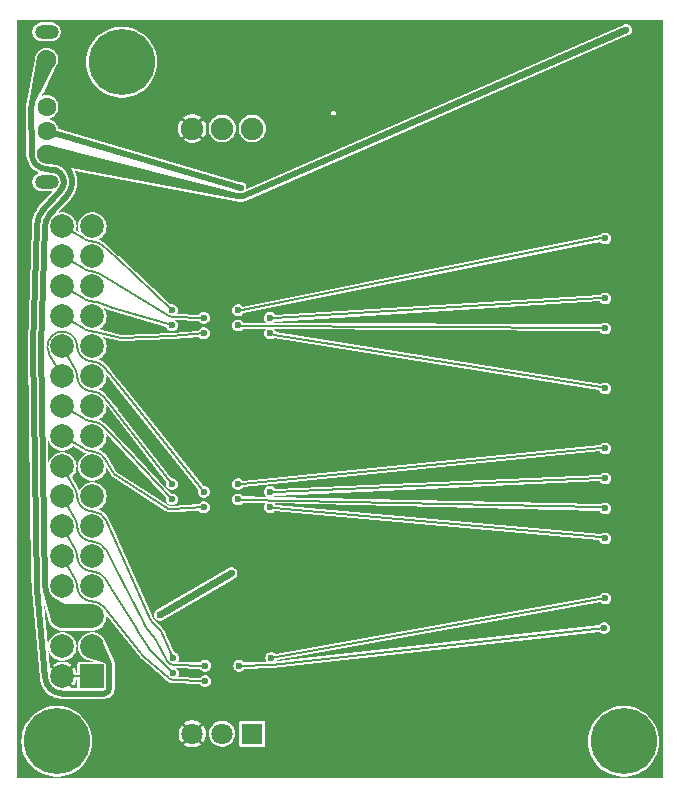
<source format=gbl>
G04 #@! TF.GenerationSoftware,KiCad,Pcbnew,8.0.3*
G04 #@! TF.CreationDate,2024-09-14T14:57:03+02:00*
G04 #@! TF.ProjectId,jitx-design,6a697478-2d64-4657-9369-676e2e6b6963,rev?*
G04 #@! TF.SameCoordinates,Original*
G04 #@! TF.FileFunction,Copper,L4,Bot*
G04 #@! TF.FilePolarity,Positive*
%FSLAX46Y46*%
G04 Gerber Fmt 4.6, Leading zero omitted, Abs format (unit mm)*
G04 Created by KiCad (PCBNEW 8.0.3) date 2024-09-14 14:57:03*
%MOMM*%
%LPD*%
G01*
G04 APERTURE LIST*
G04 Aperture macros list*
%AMFreePoly0*
4,1,18,0.032683,1.193880,0.357107,0.977107,0.573880,0.652683,1.296716,-1.002122,1.350000,-1.270000,0.850000,-1.270000,0.834776,-1.193463,0.791421,-1.128579,0.726537,-1.085224,-0.732683,-0.653880,-1.057107,-0.437107,-1.273880,-0.112683,-1.350000,0.270000,-1.273880,0.652683,-1.057107,0.977107,-0.732683,1.193880,-0.350000,1.270000,0.032683,1.193880,0.032683,1.193880,$1*%
%AMFreePoly1*
4,1,16,-0.563231,1.151082,-0.173923,0.890955,0.667981,0.383490,0.992404,0.166717,1.209177,-0.157707,1.285298,-0.540390,1.209177,-0.923073,0.992404,-1.247497,0.667981,-1.464269,0.285298,-1.540390,-0.097386,-1.464269,-0.421809,-1.247497,-0.638582,-0.923073,-1.285298,1.349048,-0.823358,1.540390,-0.563231,1.151082,-0.563231,1.151082,$1*%
%AMFreePoly2*
4,1,26,24.900481,7.299375,24.997808,7.234343,25.062840,7.137016,25.085676,7.022211,25.062840,6.907406,24.997808,6.810079,24.900481,6.745048,-7.480417,-7.246091,-7.863101,-7.322211,-23.785014,-4.346893,-24.285676,-4.289348,-24.591823,-4.228451,-24.851361,-4.055033,-25.024780,-3.795495,-25.085676,-3.489348,-25.024780,-3.183201,-24.851361,-2.923662,-24.591823,-2.750244,-24.285676,-2.689348,-23.979529,-2.750244,
-8.054443,-6.784151,-7.863101,-6.822211,-7.671759,-6.784151,24.670871,7.299375,24.785676,7.322211,24.900481,7.299375,24.900481,7.299375,$1*%
%AMFreePoly3*
4,1,9,0.003536,0.003536,0.005000,0.000000,0.003536,-0.003536,0.000000,-0.005000,-0.003536,-0.003536,-0.005000,0.000000,-0.003536,0.003536,0.000000,0.005000,0.003536,0.003536,0.003536,0.003536,$1*%
%AMFreePoly4*
4,1,16,0.656147,3.339104,0.915685,3.165685,1.089104,2.906147,1.150000,2.600000,1.089104,2.293853,-0.573880,-1.017317,-0.650000,-1.400000,-0.650000,-3.400000,-1.150000,-3.400000,-1.150000,-1.400000,-0.450000,2.600000,-0.389104,2.906147,-0.215685,3.165685,0.043853,3.339104,0.350000,3.400000,0.656147,3.339104,0.656147,3.339104,$1*%
%AMFreePoly5*
4,1,19,-0.212873,0.995687,0.046666,0.822268,1.319020,-0.703030,0.965466,-1.056583,0.917814,-1.008931,0.573145,-0.771818,0.516084,-0.735964,0.455367,-0.706724,-0.018358,-0.600962,-0.519020,-0.543417,-0.825167,-0.482521,-1.084705,-0.309102,-1.258123,-0.049564,-1.319020,0.256583,-1.258123,0.562730,-1.084705,0.822268,-0.825167,0.995687,-0.519020,1.056583,-0.212873,0.995687,-0.212873,0.995687,
$1*%
%AMFreePoly6*
4,1,19,1.652683,0.923880,1.977107,0.707107,2.193880,0.382683,2.270000,0.000000,2.193880,-0.382683,1.977107,-0.707107,1.652683,-0.923880,1.270000,-1.000000,-1.270000,-1.000000,-1.652683,-0.923880,-1.977107,-0.707107,-2.193880,-0.382683,-2.270000,0.000000,-2.193880,0.382683,-1.977107,0.707107,-1.652683,0.923880,-1.270000,1.000000,1.270000,1.000000,1.652683,0.923880,1.652683,0.923880,
$1*%
%AMFreePoly7*
4,1,19,3.140702,2.044311,3.238029,1.979279,3.303061,1.881952,3.325897,1.767147,3.303061,1.652342,3.238029,1.555015,3.140702,1.489983,-2.911092,-2.044311,-3.025897,-2.067147,-3.140702,-2.044311,-3.238029,-1.979279,-3.303061,-1.881952,-3.325897,-1.767147,-3.303061,-1.652342,-3.238029,-1.555015,-3.140702,-1.489983,2.911092,2.044311,3.025897,2.067147,3.140702,2.044311,3.140702,2.044311,
$1*%
G04 Aperture macros list end*
G04 #@! TA.AperFunction,ComponentPad*
%ADD10C,3.600000*%
G04 #@! TD*
G04 #@! TA.AperFunction,ConnectorPad*
%ADD11C,5.600000*%
G04 #@! TD*
G04 #@! TA.AperFunction,ComponentPad*
%ADD12R,1.800000X1.800000*%
G04 #@! TD*
G04 #@! TA.AperFunction,ComponentPad*
%ADD13C,1.800000*%
G04 #@! TD*
G04 #@! TA.AperFunction,SMDPad,CuDef*
%ADD14FreePoly0,0.000000*%
G04 #@! TD*
G04 #@! TA.AperFunction,SMDPad,CuDef*
%ADD15FreePoly1,0.000000*%
G04 #@! TD*
G04 #@! TA.AperFunction,ComponentPad*
%ADD16R,2.000000X2.000000*%
G04 #@! TD*
G04 #@! TA.AperFunction,ComponentPad*
%ADD17C,2.000000*%
G04 #@! TD*
G04 #@! TA.AperFunction,SMDPad,CuDef*
%ADD18FreePoly2,0.000000*%
G04 #@! TD*
G04 #@! TA.AperFunction,SMDPad,CuDef*
%ADD19FreePoly3,0.000000*%
G04 #@! TD*
G04 #@! TA.AperFunction,SMDPad,CuDef*
%ADD20FreePoly4,0.000000*%
G04 #@! TD*
G04 #@! TA.AperFunction,SMDPad,CuDef*
%ADD21FreePoly5,0.000000*%
G04 #@! TD*
G04 #@! TA.AperFunction,ComponentPad*
%ADD22C,1.600000*%
G04 #@! TD*
G04 #@! TA.AperFunction,ComponentPad*
%ADD23O,2.000000X1.200000*%
G04 #@! TD*
G04 #@! TA.AperFunction,SMDPad,CuDef*
%ADD24FreePoly6,0.000000*%
G04 #@! TD*
G04 #@! TA.AperFunction,SMDPad,CuDef*
%ADD25FreePoly7,0.000000*%
G04 #@! TD*
G04 #@! TA.AperFunction,ComponentPad*
%ADD26C,1.900000*%
G04 #@! TD*
G04 #@! TA.AperFunction,ViaPad*
%ADD27C,0.600000*%
G04 #@! TD*
G04 #@! TA.AperFunction,Conductor*
%ADD28C,0.130000*%
G04 #@! TD*
G04 #@! TA.AperFunction,Conductor*
%ADD29C,0.500000*%
G04 #@! TD*
G04 APERTURE END LIST*
D10*
X163500000Y-137000000D03*
D11*
X163500000Y-137000000D03*
D10*
X115500000Y-137000000D03*
D11*
X115500000Y-137000000D03*
D12*
X132048688Y-136349927D03*
D13*
X129508688Y-136349927D03*
X126968688Y-136349927D03*
D14*
X118857941Y-129230949D03*
D15*
X115682644Y-125880559D03*
D16*
X118507941Y-131500949D03*
D17*
X115967941Y-131500949D03*
X118507941Y-128960949D03*
X115967941Y-128960949D03*
X118507941Y-126420949D03*
X115967941Y-126420949D03*
X118507941Y-123880949D03*
X115967941Y-123880949D03*
X118507941Y-121340949D03*
X115967941Y-121340949D03*
X118507941Y-118800949D03*
X115967941Y-118800949D03*
X118507941Y-116260949D03*
X115967941Y-116260949D03*
X118507941Y-113720949D03*
X115967941Y-113720949D03*
X118507941Y-111180949D03*
X115967941Y-111180949D03*
X118507941Y-108640949D03*
X115967941Y-108640949D03*
X118507941Y-106100949D03*
X115967941Y-106100949D03*
X118507941Y-103560949D03*
X115967941Y-103560949D03*
X118507941Y-101020949D03*
X115967941Y-101020949D03*
X118507941Y-98480949D03*
X115967941Y-98480949D03*
X118507941Y-95940949D03*
X115967941Y-95940949D03*
X118507941Y-93400949D03*
X115967941Y-93400949D03*
D18*
X138920709Y-83790279D03*
D19*
X138920709Y-83790279D03*
D20*
X114285033Y-81879627D03*
D19*
X114285033Y-81879627D03*
D21*
X115154053Y-87536210D03*
D22*
X114635033Y-79279627D03*
X114635033Y-83279627D03*
X114635033Y-85279627D03*
X114635033Y-87279627D03*
D23*
X114635033Y-89629627D03*
X114635033Y-76929627D03*
D24*
X117237941Y-126420949D03*
D25*
X127270327Y-124516587D03*
D10*
X121000000Y-79500000D03*
D11*
X121000000Y-79500000D03*
D26*
X132048688Y-85114797D03*
X129508688Y-85114797D03*
X126968688Y-85114797D03*
D27*
X128058407Y-131889039D03*
X127958407Y-101137902D03*
X161923502Y-99501123D03*
X133558407Y-101137902D03*
X124244430Y-126283734D03*
X131057608Y-90112491D03*
X130296225Y-122749440D03*
X161923502Y-112201123D03*
X130858407Y-115213471D03*
X125258407Y-100487902D03*
X125358407Y-131239039D03*
X127958407Y-117163471D03*
X161923502Y-114741123D03*
X133558407Y-115863471D03*
X161923502Y-102041123D03*
X130858407Y-101787902D03*
X125258407Y-116513471D03*
X161923502Y-117281123D03*
X130858407Y-116513471D03*
X128058407Y-130589039D03*
X127958407Y-115863471D03*
X133558407Y-102437902D03*
X161923502Y-107121123D03*
X133558407Y-117163471D03*
X161923502Y-119821123D03*
X125358407Y-129939039D03*
X125258407Y-115213471D03*
X129429593Y-98145500D03*
X129407610Y-105556333D03*
X126608407Y-126376255D03*
X137565062Y-84862171D03*
X128594240Y-91416140D03*
X126608407Y-96925118D03*
X129485627Y-127349171D03*
X140013090Y-83338656D03*
X126608407Y-111650687D03*
X126608407Y-104334535D03*
X130237885Y-91475435D03*
X129153835Y-112992005D03*
X133658407Y-129939039D03*
X161923502Y-124901123D03*
X127958407Y-102437902D03*
X130958407Y-130589039D03*
X161862410Y-127403611D03*
X163706385Y-76768068D03*
X161923502Y-94421123D03*
X130858407Y-100487902D03*
X125258407Y-101787902D03*
D28*
X118395801Y-125140968D02*
X118620082Y-125160929D01*
X125340687Y-131803762D02*
X128058407Y-131889039D01*
X119492936Y-125627216D02*
X122814853Y-129749600D01*
X122909027Y-129847644D02*
X124986475Y-131664353D01*
X115967941Y-121340949D02*
X117064897Y-123250939D01*
X117227961Y-123768809D02*
X117247922Y-123993089D01*
X117064897Y-123250939D02*
G75*
G02*
X117227935Y-123768811I-1096997J-629961D01*
G01*
X117247922Y-123993089D02*
G75*
G03*
X118395800Y-125140977I1259978J112089D01*
G01*
X124986475Y-131664353D02*
G75*
G03*
X125340687Y-131803747I371925J425353D01*
G01*
X118620082Y-125160929D02*
G75*
G02*
X119492900Y-125627245I-112182J-1259971D01*
G01*
X122814853Y-129749600D02*
G75*
G03*
X122909031Y-129847640I609147J490900D01*
G01*
X115967941Y-95940949D02*
X117877932Y-97037905D01*
X118395801Y-97200968D02*
X118620082Y-97220929D01*
X119179815Y-97409123D02*
X120402839Y-98175775D01*
X125240687Y-101052625D02*
X127958407Y-101137902D01*
X120402839Y-98175775D02*
X124963251Y-100969678D01*
X118620082Y-97220929D02*
G75*
G02*
X119179802Y-97409144I-112182J-1259971D01*
G01*
X117877932Y-97037905D02*
G75*
G03*
X118395802Y-97200958I629968J1096905D01*
G01*
X124963251Y-100969678D02*
G75*
G03*
X125240687Y-101052620I295149J481778D01*
G01*
X133892542Y-101189199D02*
X161589367Y-99449827D01*
X133558407Y-101137902D02*
X133892542Y-101189199D01*
X161589367Y-99449827D02*
X161923502Y-99501123D01*
D29*
X131057608Y-90112491D02*
X114635033Y-85279627D01*
D28*
X161557868Y-112164818D02*
X161923502Y-112201123D01*
X130858407Y-115213471D02*
X131225659Y-115224995D01*
X131225659Y-115224995D02*
X161557868Y-112164818D01*
X115967941Y-93400949D02*
X117877932Y-94497905D01*
X118395801Y-94660968D02*
X118620082Y-94680929D01*
X119356054Y-95002370D02*
X120569767Y-96099097D01*
X120569767Y-96099097D02*
X125258407Y-100487902D01*
X117877932Y-94497905D02*
G75*
G03*
X118395802Y-94660958I629968J1096905D01*
G01*
X118620082Y-94680929D02*
G75*
G02*
X119356030Y-95002397I-112182J-1259971D01*
G01*
X122303358Y-127578426D02*
X123424079Y-129258670D01*
X115967941Y-118800949D02*
X117064897Y-120710939D01*
X123424079Y-129258670D02*
X125358407Y-131239039D01*
X118395801Y-122600968D02*
X118620082Y-122620929D01*
X119568764Y-123191833D02*
X120107501Y-124021163D01*
X120107501Y-124021163D02*
X122258568Y-127508617D01*
X117227961Y-121228809D02*
X117247922Y-121453089D01*
X117064897Y-120710939D02*
G75*
G02*
X117227935Y-121228811I-1096997J-629961D01*
G01*
X118620082Y-122620929D02*
G75*
G02*
X119568720Y-123191862I-112182J-1259971D01*
G01*
X117247922Y-121453089D02*
G75*
G03*
X118395800Y-122600977I1259978J112089D01*
G01*
X122258568Y-127508617D02*
G75*
G03*
X122303358Y-127578426I1988432J1226517D01*
G01*
X119601492Y-113085045D02*
X120332255Y-114341725D01*
X124936846Y-117289788D02*
X125258407Y-117353751D01*
X118395801Y-112440968D02*
X118620082Y-112460929D01*
X120332255Y-114341725D02*
X124803588Y-117220018D01*
X125258407Y-117353751D02*
X127958407Y-117163471D01*
X115967941Y-111180949D02*
X117877932Y-112277905D01*
X117877932Y-112277905D02*
G75*
G03*
X118395802Y-112440958I629968J1096905D01*
G01*
X124803588Y-117220018D02*
G75*
G03*
X124936846Y-117289789I454812J706518D01*
G01*
X118620082Y-112460929D02*
G75*
G02*
X119601443Y-113085073I-112182J-1259971D01*
G01*
D29*
X116059900Y-89854865D02*
X116022647Y-89984175D01*
X114512495Y-88523607D02*
X115179808Y-88589340D01*
X116085033Y-89595932D02*
X116085033Y-89663323D01*
X119957941Y-132500949D02*
X119957941Y-130500949D01*
X113827032Y-124078455D02*
X114524073Y-131634151D01*
X115460252Y-88668990D02*
X115520969Y-88698230D01*
X115663353Y-88787696D02*
X115716041Y-88829713D01*
X116082203Y-89713707D02*
X116074658Y-89780673D01*
X116014981Y-89251030D02*
X116037239Y-89314639D01*
X115260271Y-88604760D02*
X115389580Y-88642013D01*
X116074658Y-89478581D02*
X116082203Y-89545548D01*
X115565136Y-88722640D02*
X115622197Y-88758494D01*
X113385033Y-85279627D02*
X113385033Y-87279627D01*
X115995670Y-90054847D02*
X115966430Y-90115564D01*
X115967941Y-132950949D02*
X119507941Y-132950949D01*
X113819076Y-93331116D02*
X113489250Y-103480397D01*
X115918991Y-89064204D02*
X115984084Y-89181982D01*
X115753669Y-88863339D02*
X115801321Y-88910991D01*
X115834947Y-88948619D02*
X115876964Y-89001307D01*
X115942020Y-90159730D02*
X115906166Y-90216792D01*
X116051209Y-89363130D02*
X116066205Y-89428831D01*
X115819709Y-90328746D02*
X114359809Y-91973920D01*
X113488269Y-103601224D02*
X113818225Y-123915865D01*
X115876964Y-90257948D02*
X115834947Y-90310636D01*
X116082203Y-89545548D02*
G75*
G02*
X116085030Y-89595932I-447003J-50352D01*
G01*
X115984084Y-89181982D02*
G75*
G02*
X116014977Y-89251031I-393784J-217618D01*
G01*
X115716041Y-88829713D02*
G75*
G02*
X115753669Y-88863339I-280441J-351687D01*
G01*
X115966430Y-90115564D02*
G75*
G02*
X115942022Y-90159731I-405330J195164D01*
G01*
X116085033Y-89663323D02*
G75*
G02*
X116082201Y-89713707I-449933J23D01*
G01*
X115834947Y-90310636D02*
G75*
G02*
X115819709Y-90328746I-352247J280936D01*
G01*
X115906166Y-90216792D02*
G75*
G02*
X115876963Y-90257947I-380966J239392D01*
G01*
X115622197Y-88758494D02*
G75*
G02*
X115663353Y-88787697I-239197J-380706D01*
G01*
X114524073Y-131634151D02*
G75*
G03*
X115967941Y-132950863I1443827J133251D01*
G01*
X115801321Y-88910991D02*
G75*
G02*
X115834952Y-88948615I-318021J-318109D01*
G01*
X113818225Y-123915865D02*
G75*
G03*
X113827035Y-124078455I2150075J34965D01*
G01*
X116037239Y-89314639D02*
G75*
G02*
X116051210Y-89363130I-424839J-148661D01*
G01*
X116022647Y-89984175D02*
G75*
G02*
X115995672Y-90054848I-432447J124575D01*
G01*
X115389580Y-88642013D02*
G75*
G02*
X115460251Y-88668992I-124580J-432387D01*
G01*
X116066205Y-89428831D02*
G75*
G02*
X116074658Y-89478581I-438905J-100169D01*
G01*
X113489250Y-103480397D02*
G75*
G03*
X113488270Y-103601224I2476950J-80503D01*
G01*
X116074658Y-89780673D02*
G75*
G02*
X116059898Y-89854865I-447058J50373D01*
G01*
X114359809Y-91973920D02*
G75*
G03*
X113819096Y-93331117I1608091J-1426980D01*
G01*
X115876964Y-89001307D02*
G75*
G02*
X115918986Y-89064207I-351764J-280493D01*
G01*
X115179808Y-88589340D02*
G75*
G02*
X115260272Y-88604758I-44108J-447860D01*
G01*
X119507941Y-132950949D02*
G75*
G03*
X119957949Y-132500949I-41J450049D01*
G01*
X113385033Y-87279627D02*
G75*
G03*
X114512501Y-88523550I1249967J27D01*
G01*
X115520969Y-88698230D02*
G75*
G02*
X115565135Y-88722641I-195169J-405270D01*
G01*
D28*
X161589367Y-114684834D02*
X161923502Y-114741123D01*
X133558407Y-115863471D02*
X133892542Y-115919760D01*
X133892542Y-115919760D02*
X161589367Y-114684834D01*
X161558454Y-101961803D02*
X161923502Y-102041123D01*
X131231790Y-101799619D02*
X161558454Y-101961803D01*
X130858407Y-101787902D02*
X131231790Y-101799619D01*
X115967941Y-108640949D02*
X117877932Y-109737905D01*
X120314352Y-111234228D02*
X125258407Y-116513471D01*
X118395801Y-109900968D02*
X118620082Y-109920929D01*
X119419665Y-110304031D02*
X120314352Y-111234228D01*
X117877932Y-109737905D02*
G75*
G03*
X118395802Y-109900958I629968J1096905D01*
G01*
X118620082Y-109920929D02*
G75*
G02*
X119419658Y-110304038I-112182J-1260071D01*
G01*
X161558558Y-117196349D02*
X161923502Y-117281123D01*
X130858407Y-116513471D02*
X131232884Y-116525222D01*
X131232884Y-116525222D02*
X161558558Y-117196349D01*
X117227961Y-118688809D02*
X117247922Y-118913089D01*
X119628186Y-120753345D02*
X120420385Y-122263643D01*
X123927959Y-128428282D02*
X124858061Y-130201487D01*
X120420385Y-122263643D02*
X122866806Y-126995917D01*
X115967941Y-116260949D02*
X117064897Y-118170939D01*
X123010486Y-127223113D02*
X123927959Y-128428282D01*
X125340687Y-130503762D02*
X128058407Y-130589039D01*
X118395801Y-120060968D02*
X118620082Y-120080929D01*
X122866806Y-126995917D02*
G75*
G03*
X123010492Y-127223109I1377594J712217D01*
G01*
X117247922Y-118913089D02*
G75*
G03*
X118395800Y-120060977I1259978J112089D01*
G01*
X117064897Y-118170939D02*
G75*
G02*
X117227935Y-118688811I-1096997J-629961D01*
G01*
X124858061Y-130201487D02*
G75*
G03*
X125340688Y-130503734I500339J262487D01*
G01*
X118620082Y-120080929D02*
G75*
G02*
X119628134Y-120753373I-112182J-1259971D01*
G01*
X117227961Y-103448809D02*
X117247922Y-103673089D01*
X119484156Y-105296442D02*
X120748351Y-106830457D01*
X115967941Y-106100949D02*
X114870985Y-104190958D01*
X127958407Y-115863471D02*
X120748351Y-106830457D01*
X118395801Y-104820968D02*
X118620082Y-104840929D01*
X114870985Y-104190958D02*
G75*
G02*
X117227958Y-103448809I1096955J630008D01*
G01*
X118620082Y-104840929D02*
G75*
G02*
X119484148Y-105296448I-112182J-1260071D01*
G01*
X117247922Y-103673089D02*
G75*
G03*
X118395800Y-104820977I1259978J112089D01*
G01*
X133558407Y-102437902D02*
X133892542Y-102563261D01*
X133892542Y-102563261D02*
X161589367Y-106995765D01*
X161589367Y-106995765D02*
X161923502Y-107121123D01*
X133558407Y-117163471D02*
X133892542Y-117264057D01*
X161589367Y-119720537D02*
X161923502Y-119821123D01*
X133892542Y-117264057D02*
X161589367Y-119720537D01*
X117064897Y-115630939D02*
X115967941Y-113720949D01*
X123429115Y-126647812D02*
X120360113Y-119775104D01*
X117247922Y-116373089D02*
X117227961Y-116148809D01*
X118620082Y-117540929D02*
X118395801Y-117520968D01*
X125358407Y-129939039D02*
X124293728Y-127662756D01*
X124293728Y-127662756D02*
X123584733Y-126885474D01*
X120360113Y-119775104D02*
X119653797Y-118265001D01*
X123584733Y-126885474D02*
G75*
G02*
X123429102Y-126647818I659667J601774D01*
G01*
X117227961Y-116148809D02*
G75*
G03*
X117064919Y-115630926I-1260061J-112091D01*
G01*
X119653797Y-118265001D02*
G75*
G03*
X118620087Y-117540868I-1145897J-535899D01*
G01*
X118395801Y-117520968D02*
G75*
G02*
X117247931Y-116373088I112099J1259968D01*
G01*
X118620082Y-107380929D02*
X118395801Y-107360968D01*
X125258407Y-115213471D02*
X120470447Y-109043834D01*
X120470447Y-109043834D02*
X119487629Y-107840676D01*
X117064897Y-105470939D02*
X115967941Y-103560949D01*
X117247922Y-106213089D02*
X117227961Y-105988809D01*
X117227961Y-105988809D02*
G75*
G03*
X117064919Y-105470926I-1260061J-112091D01*
G01*
X118395801Y-107360968D02*
G75*
G02*
X117247931Y-106213088I112099J1259968D01*
G01*
X119487629Y-107840676D02*
G75*
G03*
X118620086Y-107380883I-979729J-800224D01*
G01*
X115967941Y-131500949D02*
X118507941Y-131500949D01*
X161923502Y-124901123D02*
X133658407Y-129939039D01*
X120956297Y-102850250D02*
X125258407Y-102677725D01*
X125258407Y-102677725D02*
X127958407Y-102437902D01*
X118804573Y-102331219D02*
X120956297Y-102850250D01*
X118395801Y-102280968D02*
X118620082Y-102300929D01*
X115967941Y-101020949D02*
X117877932Y-102117905D01*
X118620082Y-102300929D02*
G75*
G02*
X118804572Y-102331224I-112182J-1260071D01*
G01*
X117877932Y-102117905D02*
G75*
G03*
X118395802Y-102280958I629968J1096905D01*
G01*
X133676127Y-130503762D02*
X130958407Y-130589039D01*
X161862410Y-127403611D02*
X133720212Y-130500649D01*
X133720212Y-130500649D02*
G75*
G02*
X133676127Y-130503765I-61912J562549D01*
G01*
D29*
X116382229Y-90747078D02*
X116424246Y-90694390D01*
X116498873Y-90589214D02*
X116534727Y-90532153D01*
X116596741Y-88843379D02*
X116531647Y-88725601D01*
X114883387Y-92438534D02*
X116343287Y-90793360D01*
X116424246Y-88564864D02*
X116382229Y-88512176D01*
X116785033Y-89663323D02*
X116785033Y-89595932D01*
X116748654Y-89273066D02*
X116733659Y-89207365D01*
X116777802Y-89467173D02*
X116770256Y-89400206D01*
X114518133Y-123904497D02*
X114188176Y-103589856D01*
X116697957Y-89083443D02*
X116675700Y-89019834D01*
X114188881Y-103503134D02*
X114518706Y-93353852D01*
X116770256Y-89859048D02*
X116777802Y-89792082D01*
X116695289Y-90177960D02*
X116732542Y-90048650D01*
X116597108Y-90419282D02*
X116626348Y-90358565D01*
X116785033Y-89595932D02*
G75*
G03*
X116777798Y-89467173I-1150533J-68D01*
G01*
X116770256Y-89400206D02*
G75*
G03*
X116748657Y-89273065I-1142556J-128694D01*
G01*
X116732542Y-90048650D02*
G75*
G03*
X116770255Y-89859048I-1105042J318350D01*
G01*
X116534727Y-90532153D02*
G75*
G03*
X116597106Y-90419281I-973627J611753D01*
G01*
X116424246Y-90694390D02*
G75*
G03*
X116498874Y-90589215I-899046J716990D01*
G01*
X114188176Y-103589856D02*
G75*
G02*
X114188883Y-103503134I1778924J28856D01*
G01*
X116777802Y-89792082D02*
G75*
G03*
X116785032Y-89663323I-1143302J128782D01*
G01*
X116675700Y-89019834D02*
G75*
G03*
X116596745Y-88843377I-1085400J-379766D01*
G01*
X114518706Y-93353852D02*
G75*
G02*
X114883372Y-92438520I1449194J-47048D01*
G01*
X116531647Y-88725601D02*
G75*
G03*
X116424246Y-88564864I-1006547J-556299D01*
G01*
X116626348Y-90358565D02*
G75*
G03*
X116695286Y-90177959I-1036148J498965D01*
G01*
X114628316Y-124435840D02*
G75*
G02*
X114518119Y-123904497I1339684J554940D01*
G01*
X116733659Y-89207365D02*
G75*
G03*
X116697963Y-89083441I-1121459J-255935D01*
G01*
X116382229Y-88512176D02*
G75*
G03*
X116296296Y-88416017I-899229J-717124D01*
G01*
X116343287Y-90793360D02*
G75*
G03*
X116382228Y-90747077I-860887J763860D01*
G01*
D28*
X161557726Y-94421741D02*
X161923502Y-94421123D01*
X131224183Y-100487285D02*
X161557726Y-94421741D01*
X130858407Y-100487902D02*
X131224183Y-100487285D01*
X120224497Y-100294010D02*
X125258407Y-101787902D01*
X120224497Y-100294010D02*
X118936075Y-99830601D01*
X117877932Y-99577905D02*
X115967941Y-98480949D01*
X118620082Y-99760929D02*
X118395801Y-99740968D01*
X118395801Y-99740968D02*
G75*
G02*
X117877927Y-99577914I112099J1259968D01*
G01*
X118936075Y-99830601D02*
G75*
G03*
X118620083Y-99760921I-428175J-1190399D01*
G01*
G04 #@! TA.AperFunction,Conductor*
G36*
X166864399Y-75885601D02*
G01*
X166868500Y-75895500D01*
X166868500Y-140104500D01*
X166864399Y-140114399D01*
X166854500Y-140118500D01*
X112145500Y-140118500D01*
X112135601Y-140114399D01*
X112131500Y-140104500D01*
X112131500Y-136999994D01*
X112494415Y-136999994D01*
X112494415Y-137000005D01*
X112514737Y-137348923D01*
X112575429Y-137693132D01*
X112675672Y-138027965D01*
X112675674Y-138027971D01*
X112752348Y-138205722D01*
X112814110Y-138348903D01*
X112988864Y-138651587D01*
X112988865Y-138651590D01*
X113061449Y-138749087D01*
X113197588Y-138931953D01*
X113197595Y-138931960D01*
X113197598Y-138931964D01*
X113437435Y-139186177D01*
X113437441Y-139186182D01*
X113437442Y-139186183D01*
X113705189Y-139410849D01*
X113997207Y-139602913D01*
X114309549Y-139759777D01*
X114637989Y-139879319D01*
X114978086Y-139959923D01*
X115041657Y-139967353D01*
X115325226Y-140000499D01*
X115325238Y-140000499D01*
X115325241Y-140000500D01*
X115325243Y-140000500D01*
X115674757Y-140000500D01*
X115674759Y-140000500D01*
X115674761Y-140000499D01*
X115674773Y-140000499D01*
X115914340Y-139972496D01*
X116021914Y-139959923D01*
X116362011Y-139879319D01*
X116690451Y-139759777D01*
X117002793Y-139602913D01*
X117294811Y-139410849D01*
X117562558Y-139186183D01*
X117802412Y-138931953D01*
X118011130Y-138651596D01*
X118011131Y-138651593D01*
X118011134Y-138651590D01*
X118011135Y-138651587D01*
X118185889Y-138348904D01*
X118324326Y-138027971D01*
X118424569Y-137693136D01*
X118485262Y-137348927D01*
X118505585Y-137000000D01*
X118499756Y-136899927D01*
X118492036Y-136767382D01*
X118485262Y-136651073D01*
X118444930Y-136422336D01*
X118432162Y-136349924D01*
X125809744Y-136349924D01*
X125809744Y-136349929D01*
X125829475Y-136562873D01*
X125829477Y-136562883D01*
X125888006Y-136768589D01*
X125888009Y-136768595D01*
X125983328Y-136960022D01*
X125983333Y-136960031D01*
X126067509Y-137071498D01*
X126500319Y-136638688D01*
X126528578Y-136687635D01*
X126630980Y-136790037D01*
X126679924Y-136818294D01*
X126245769Y-137252449D01*
X126270268Y-137274783D01*
X126270269Y-137274784D01*
X126452100Y-137387370D01*
X126452099Y-137387370D01*
X126651531Y-137464629D01*
X126861751Y-137503926D01*
X126861755Y-137503927D01*
X127075621Y-137503927D01*
X127075624Y-137503926D01*
X127285844Y-137464629D01*
X127485275Y-137387370D01*
X127667107Y-137274783D01*
X127667112Y-137274780D01*
X127691606Y-137252449D01*
X127257451Y-136818294D01*
X127306396Y-136790037D01*
X127408798Y-136687635D01*
X127437055Y-136638690D01*
X127869864Y-137071499D01*
X127954042Y-136960031D01*
X127954047Y-136960022D01*
X128049366Y-136768595D01*
X128049369Y-136768589D01*
X128107898Y-136562883D01*
X128107900Y-136562873D01*
X128127632Y-136349929D01*
X128127632Y-136349924D01*
X128403473Y-136349924D01*
X128403473Y-136349929D01*
X128422289Y-136553001D01*
X128422291Y-136553011D01*
X128478107Y-136749180D01*
X128478110Y-136749186D01*
X128569009Y-136931738D01*
X128569014Y-136931747D01*
X128590373Y-136960031D01*
X128691924Y-137094506D01*
X128842647Y-137231908D01*
X129016049Y-137339274D01*
X129016048Y-137339274D01*
X129016051Y-137339275D01*
X129206232Y-137412951D01*
X129406712Y-137450427D01*
X129406713Y-137450427D01*
X129610663Y-137450427D01*
X129610664Y-137450427D01*
X129811144Y-137412951D01*
X130001325Y-137339275D01*
X130174729Y-137231908D01*
X130325452Y-137094506D01*
X130448361Y-136931748D01*
X130539270Y-136749177D01*
X130595085Y-136553010D01*
X130597261Y-136529532D01*
X130613903Y-136349929D01*
X130613903Y-136349924D01*
X130595086Y-136146852D01*
X130595085Y-136146849D01*
X130595085Y-136146844D01*
X130539270Y-135950677D01*
X130464206Y-135799927D01*
X130448366Y-135768115D01*
X130448361Y-135768106D01*
X130359999Y-135651096D01*
X130325452Y-135605348D01*
X130174729Y-135467946D01*
X130113733Y-135430179D01*
X130948188Y-135430179D01*
X130948188Y-137269675D01*
X130949204Y-137274783D01*
X130959821Y-137328158D01*
X130959822Y-137328161D01*
X131004135Y-137394479D01*
X131070453Y-137438792D01*
X131070455Y-137438792D01*
X131070457Y-137438794D01*
X131128940Y-137450427D01*
X132968436Y-137450427D01*
X133026919Y-137438794D01*
X133093240Y-137394479D01*
X133137555Y-137328158D01*
X133149188Y-137269675D01*
X133149188Y-136999994D01*
X160494415Y-136999994D01*
X160494415Y-137000005D01*
X160514737Y-137348923D01*
X160575429Y-137693132D01*
X160675672Y-138027965D01*
X160675674Y-138027971D01*
X160752348Y-138205722D01*
X160814110Y-138348903D01*
X160988864Y-138651587D01*
X160988865Y-138651590D01*
X161061449Y-138749087D01*
X161197588Y-138931953D01*
X161197595Y-138931960D01*
X161197598Y-138931964D01*
X161437435Y-139186177D01*
X161437441Y-139186182D01*
X161437442Y-139186183D01*
X161705189Y-139410849D01*
X161997207Y-139602913D01*
X162309549Y-139759777D01*
X162637989Y-139879319D01*
X162978086Y-139959923D01*
X163041657Y-139967353D01*
X163325226Y-140000499D01*
X163325238Y-140000499D01*
X163325241Y-140000500D01*
X163325243Y-140000500D01*
X163674757Y-140000500D01*
X163674759Y-140000500D01*
X163674761Y-140000499D01*
X163674773Y-140000499D01*
X163914340Y-139972496D01*
X164021914Y-139959923D01*
X164362011Y-139879319D01*
X164690451Y-139759777D01*
X165002793Y-139602913D01*
X165294811Y-139410849D01*
X165562558Y-139186183D01*
X165802412Y-138931953D01*
X166011130Y-138651596D01*
X166011131Y-138651593D01*
X166011134Y-138651590D01*
X166011135Y-138651587D01*
X166185889Y-138348904D01*
X166324326Y-138027971D01*
X166424569Y-137693136D01*
X166485262Y-137348927D01*
X166505585Y-137000000D01*
X166499756Y-136899927D01*
X166492036Y-136767382D01*
X166485262Y-136651073D01*
X166444930Y-136422336D01*
X166424570Y-136306867D01*
X166383691Y-136170322D01*
X166324326Y-135972029D01*
X166185889Y-135651096D01*
X166159476Y-135605347D01*
X166011135Y-135348412D01*
X166011134Y-135348409D01*
X165965343Y-135286902D01*
X165802412Y-135068047D01*
X165802401Y-135068035D01*
X165562564Y-134813822D01*
X165545782Y-134799740D01*
X165294811Y-134589151D01*
X165002793Y-134397087D01*
X164849385Y-134320043D01*
X164690456Y-134240225D01*
X164690451Y-134240223D01*
X164362011Y-134120681D01*
X164266528Y-134098051D01*
X164021916Y-134040077D01*
X164021903Y-134040075D01*
X163674773Y-133999500D01*
X163674759Y-133999500D01*
X163325241Y-133999500D01*
X163325226Y-133999500D01*
X162978096Y-134040075D01*
X162978083Y-134040077D01*
X162637993Y-134120680D01*
X162637989Y-134120681D01*
X162309543Y-134240225D01*
X161997203Y-134397089D01*
X161705191Y-134589149D01*
X161437435Y-134813822D01*
X161197598Y-135068035D01*
X161197589Y-135068046D01*
X160988865Y-135348409D01*
X160988864Y-135348412D01*
X160814110Y-135651096D01*
X160733743Y-135837409D01*
X160684885Y-135950677D01*
X160675676Y-135972025D01*
X160675672Y-135972034D01*
X160575429Y-136306867D01*
X160514737Y-136651076D01*
X160494415Y-136999994D01*
X133149188Y-136999994D01*
X133149188Y-135430179D01*
X133137555Y-135371696D01*
X133137553Y-135371694D01*
X133137553Y-135371692D01*
X133093240Y-135305374D01*
X133026922Y-135261061D01*
X133026919Y-135261060D01*
X132968436Y-135249427D01*
X131128940Y-135249427D01*
X131070456Y-135261060D01*
X131070453Y-135261061D01*
X131004135Y-135305374D01*
X130959822Y-135371692D01*
X130959821Y-135371695D01*
X130959821Y-135371696D01*
X130948188Y-135430179D01*
X130113733Y-135430179D01*
X130019280Y-135371696D01*
X130001326Y-135360579D01*
X130001327Y-135360579D01*
X129877174Y-135312483D01*
X129811144Y-135286903D01*
X129811141Y-135286902D01*
X129811140Y-135286902D01*
X129610666Y-135249427D01*
X129610664Y-135249427D01*
X129406712Y-135249427D01*
X129406709Y-135249427D01*
X129206235Y-135286902D01*
X129016048Y-135360579D01*
X128842648Y-135467945D01*
X128842647Y-135467946D01*
X128691924Y-135605347D01*
X128569014Y-135768106D01*
X128569009Y-135768115D01*
X128478110Y-135950667D01*
X128478107Y-135950673D01*
X128422291Y-136146842D01*
X128422289Y-136146852D01*
X128403473Y-136349924D01*
X128127632Y-136349924D01*
X128107900Y-136136980D01*
X128107898Y-136136970D01*
X128049369Y-135931264D01*
X128049366Y-135931258D01*
X127954047Y-135739831D01*
X127954042Y-135739822D01*
X127869864Y-135628353D01*
X127437055Y-136061162D01*
X127408798Y-136012219D01*
X127306396Y-135909817D01*
X127257450Y-135881558D01*
X127691605Y-135447403D01*
X127667107Y-135425070D01*
X127667106Y-135425069D01*
X127485275Y-135312483D01*
X127485276Y-135312483D01*
X127285844Y-135235224D01*
X127075624Y-135195927D01*
X126861751Y-135195927D01*
X126651531Y-135235224D01*
X126452100Y-135312483D01*
X126270269Y-135425069D01*
X126270262Y-135425074D01*
X126245768Y-135447402D01*
X126245768Y-135447403D01*
X126679924Y-135881559D01*
X126630980Y-135909817D01*
X126528578Y-136012219D01*
X126500320Y-136061163D01*
X126067510Y-135628353D01*
X125983334Y-135739822D01*
X125983328Y-135739831D01*
X125888009Y-135931258D01*
X125888006Y-135931264D01*
X125829477Y-136136970D01*
X125829475Y-136136980D01*
X125809744Y-136349924D01*
X118432162Y-136349924D01*
X118424570Y-136306867D01*
X118383691Y-136170322D01*
X118324326Y-135972029D01*
X118185889Y-135651096D01*
X118159476Y-135605347D01*
X118011135Y-135348412D01*
X118011134Y-135348409D01*
X117965343Y-135286902D01*
X117802412Y-135068047D01*
X117802401Y-135068035D01*
X117562564Y-134813822D01*
X117545782Y-134799740D01*
X117294811Y-134589151D01*
X117002793Y-134397087D01*
X116849385Y-134320043D01*
X116690456Y-134240225D01*
X116690451Y-134240223D01*
X116362011Y-134120681D01*
X116266528Y-134098051D01*
X116021916Y-134040077D01*
X116021903Y-134040075D01*
X115674773Y-133999500D01*
X115674759Y-133999500D01*
X115325241Y-133999500D01*
X115325226Y-133999500D01*
X114978096Y-134040075D01*
X114978083Y-134040077D01*
X114637993Y-134120680D01*
X114637989Y-134120681D01*
X114309543Y-134240225D01*
X113997203Y-134397089D01*
X113705191Y-134589149D01*
X113437435Y-134813822D01*
X113197598Y-135068035D01*
X113197589Y-135068046D01*
X112988865Y-135348409D01*
X112988864Y-135348412D01*
X112814110Y-135651096D01*
X112733743Y-135837409D01*
X112684885Y-135950677D01*
X112675676Y-135972025D01*
X112675672Y-135972034D01*
X112575429Y-136306867D01*
X112514737Y-136651076D01*
X112494415Y-136999994D01*
X112131500Y-136999994D01*
X112131500Y-83279615D01*
X112929533Y-83279615D01*
X112929533Y-85279627D01*
X112934445Y-85323223D01*
X112934533Y-85324790D01*
X112934533Y-87219460D01*
X112934532Y-87219469D01*
X112934532Y-87273781D01*
X112934475Y-87273920D01*
X112934488Y-87393629D01*
X112964926Y-87619591D01*
X113025247Y-87839454D01*
X113025249Y-87839459D01*
X113114380Y-88049311D01*
X113114381Y-88049312D01*
X113230721Y-88245386D01*
X113230727Y-88245394D01*
X113372192Y-88424176D01*
X113372196Y-88424181D01*
X113522397Y-88569108D01*
X113536271Y-88582495D01*
X113719995Y-88717483D01*
X113719997Y-88717484D01*
X113720000Y-88717485D01*
X113720002Y-88717487D01*
X113920110Y-88826750D01*
X113971173Y-88846315D01*
X113978950Y-88853686D01*
X113979237Y-88864397D01*
X113971866Y-88872174D01*
X113971522Y-88872322D01*
X113855854Y-88920232D01*
X113724738Y-89007842D01*
X113613248Y-89119332D01*
X113525638Y-89250448D01*
X113465297Y-89396125D01*
X113465295Y-89396131D01*
X113438297Y-89531864D01*
X113434533Y-89550785D01*
X113434533Y-89708469D01*
X113437350Y-89722632D01*
X113465295Y-89863122D01*
X113465297Y-89863128D01*
X113525638Y-90008805D01*
X113548256Y-90042655D01*
X113613244Y-90139916D01*
X113613245Y-90139917D01*
X113613248Y-90139921D01*
X113724738Y-90251411D01*
X113724741Y-90251413D01*
X113724744Y-90251416D01*
X113855854Y-90339021D01*
X114001536Y-90399364D01*
X114156191Y-90430127D01*
X115096305Y-90430127D01*
X115106204Y-90434228D01*
X115110305Y-90444127D01*
X115106777Y-90453419D01*
X114026772Y-91670486D01*
X114026732Y-91670505D01*
X113937250Y-91771274D01*
X113786062Y-91980054D01*
X113656247Y-92202786D01*
X113549108Y-92437228D01*
X113549097Y-92437257D01*
X113465672Y-92681127D01*
X113465668Y-92681141D01*
X113406756Y-92932111D01*
X113406755Y-92932120D01*
X113372952Y-93187665D01*
X113368878Y-93314512D01*
X113368878Y-93314517D01*
X113038987Y-103465763D01*
X113038213Y-103489553D01*
X113038212Y-103489605D01*
X113038211Y-103489632D01*
X113038210Y-103489632D01*
X113038211Y-103489633D01*
X113037061Y-103525045D01*
X113037208Y-103525675D01*
X113037570Y-103529074D01*
X113037440Y-103537138D01*
X113037440Y-103545216D01*
X113037021Y-103548614D01*
X113036865Y-103549234D01*
X113036864Y-103549241D01*
X113037440Y-103584717D01*
X113037441Y-103584744D01*
X113037442Y-103584814D01*
X113037441Y-103584815D01*
X113037590Y-103593893D01*
X113037590Y-103593895D01*
X113142877Y-110076155D01*
X113356789Y-123246269D01*
X113366819Y-123863762D01*
X113366819Y-123863776D01*
X113367689Y-123917323D01*
X113367687Y-123917329D01*
X113368315Y-123955952D01*
X113368317Y-123956036D01*
X113368319Y-123956141D01*
X113368748Y-123982480D01*
X113368749Y-123982487D01*
X113369073Y-123983624D01*
X113369597Y-123986879D01*
X113371041Y-124021624D01*
X113373360Y-124056308D01*
X113373190Y-124059605D01*
X113372989Y-124060774D01*
X113372989Y-124060782D01*
X113377870Y-124113687D01*
X113377869Y-124113691D01*
X113383546Y-124175219D01*
X114069954Y-131615665D01*
X114069955Y-131615688D01*
X114074939Y-131669701D01*
X114074871Y-131669921D01*
X114087197Y-131802943D01*
X114087199Y-131802955D01*
X114144652Y-132052300D01*
X114235008Y-132291697D01*
X114356631Y-132516816D01*
X114356638Y-132516826D01*
X114507338Y-132723616D01*
X114507339Y-132723617D01*
X114507341Y-132723619D01*
X114684402Y-132908347D01*
X114684407Y-132908351D01*
X114684409Y-132908353D01*
X114684408Y-132908353D01*
X114884622Y-133067675D01*
X114884631Y-133067681D01*
X115095233Y-133193269D01*
X115104396Y-133198733D01*
X115339750Y-133299150D01*
X115586440Y-133367116D01*
X115840013Y-133401405D01*
X115907553Y-133401427D01*
X115907866Y-133401449D01*
X115908632Y-133401449D01*
X115967954Y-133401449D01*
X119447733Y-133401449D01*
X119447811Y-133401453D01*
X119448668Y-133401452D01*
X119448673Y-133401454D01*
X119507982Y-133401449D01*
X119567250Y-133401449D01*
X119568100Y-133401449D01*
X119568279Y-133401435D01*
X119596666Y-133401434D01*
X119770624Y-133366819D01*
X119934489Y-133298937D01*
X119934489Y-133298936D01*
X119934491Y-133298936D01*
X119934492Y-133298935D01*
X119934998Y-133298596D01*
X120081964Y-133200394D01*
X120207383Y-133074976D01*
X120305929Y-132927503D01*
X120373815Y-132763640D01*
X120408432Y-132589682D01*
X120408433Y-132561372D01*
X120408441Y-132561292D01*
X120408441Y-132500448D01*
X120408442Y-132486449D01*
X120408447Y-132441689D01*
X120408445Y-132441684D01*
X120408446Y-132440843D01*
X120408441Y-132440749D01*
X120408441Y-130498496D01*
X120408447Y-130498103D01*
X120409492Y-130460867D01*
X120409491Y-130460865D01*
X120409492Y-130460858D01*
X120408710Y-130456925D01*
X120408441Y-130454195D01*
X120408441Y-130441643D01*
X120408441Y-130441640D01*
X120397795Y-130401913D01*
X120397596Y-130401059D01*
X120356208Y-130192980D01*
X120342975Y-130150812D01*
X119620139Y-128496007D01*
X119602688Y-128464096D01*
X119599038Y-128458634D01*
X119598155Y-128457111D01*
X119536321Y-128332931D01*
X119533004Y-128326269D01*
X119532999Y-128326260D01*
X119470566Y-128243585D01*
X119398922Y-128148713D01*
X119354272Y-128108009D01*
X119353816Y-128107573D01*
X119329218Y-128082975D01*
X119321077Y-128077535D01*
X119319424Y-128076241D01*
X119234503Y-127998825D01*
X119181925Y-127966270D01*
X119045343Y-127881702D01*
X119045344Y-127881702D01*
X118997139Y-127863028D01*
X118996839Y-127862907D01*
X118930715Y-127835518D01*
X118930712Y-127835517D01*
X118922478Y-127833879D01*
X118920153Y-127833203D01*
X118893640Y-127822932D01*
X118837881Y-127801331D01*
X118837880Y-127801330D01*
X118837878Y-127801330D01*
X118619184Y-127760449D01*
X118554695Y-127760449D01*
X118551964Y-127760180D01*
X118548032Y-127759398D01*
X118467850Y-127759398D01*
X118463918Y-127760180D01*
X118461187Y-127760449D01*
X118396697Y-127760449D01*
X118178003Y-127801330D01*
X118095727Y-127833203D01*
X118093403Y-127833879D01*
X118085167Y-127835517D01*
X118085165Y-127835518D01*
X118019055Y-127862901D01*
X118018756Y-127863021D01*
X117970543Y-127881700D01*
X117970538Y-127881702D01*
X117781380Y-127998824D01*
X117781379Y-127998825D01*
X117696455Y-128076242D01*
X117694803Y-128077535D01*
X117686663Y-128082975D01*
X117662064Y-128107573D01*
X117661597Y-128108019D01*
X117616960Y-128148712D01*
X117482882Y-128326260D01*
X117482877Y-128326269D01*
X117417729Y-128457103D01*
X117416839Y-128458639D01*
X117413194Y-128464095D01*
X117408162Y-128476242D01*
X117407760Y-128477124D01*
X117383716Y-128525411D01*
X117383713Y-128525417D01*
X117322826Y-128739411D01*
X117322824Y-128739421D01*
X117302298Y-128960946D01*
X117302298Y-128960951D01*
X117322824Y-129182476D01*
X117322826Y-129182486D01*
X117383713Y-129396480D01*
X117383716Y-129396486D01*
X117407760Y-129444772D01*
X117408162Y-129445654D01*
X117413194Y-129457803D01*
X117416840Y-129463260D01*
X117417731Y-129464797D01*
X117482877Y-129595628D01*
X117482882Y-129595637D01*
X117616960Y-129773185D01*
X117661608Y-129813887D01*
X117662053Y-129814312D01*
X117686664Y-129838923D01*
X117686667Y-129838926D01*
X117694802Y-129844362D01*
X117696456Y-129845656D01*
X117733196Y-129879148D01*
X117781379Y-129923073D01*
X117881253Y-129984912D01*
X117949986Y-130027470D01*
X117970538Y-130040195D01*
X117970537Y-130040195D01*
X118013207Y-130056725D01*
X118014091Y-130057103D01*
X118067004Y-130081899D01*
X118113646Y-130095686D01*
X118114733Y-130096056D01*
X118178001Y-130120567D01*
X118231203Y-130130512D01*
X118232585Y-130130844D01*
X118508522Y-130212411D01*
X118532582Y-130219523D01*
X118540913Y-130226262D01*
X118542039Y-130236918D01*
X118535300Y-130245249D01*
X118528613Y-130246949D01*
X117482925Y-130246949D01*
X117408835Y-130261685D01*
X117324817Y-130317825D01*
X117268677Y-130401844D01*
X117253941Y-130475932D01*
X117253941Y-131491314D01*
X117249860Y-131501164D01*
X117250666Y-131501584D01*
X117253941Y-131510583D01*
X117253942Y-132486449D01*
X117249842Y-132496348D01*
X117239942Y-132500449D01*
X116771189Y-132500449D01*
X116761290Y-132496348D01*
X116757189Y-132486449D01*
X116761290Y-132476550D01*
X116762687Y-132475376D01*
X116762693Y-132475307D01*
X116293305Y-132005919D01*
X116336349Y-131981068D01*
X116448060Y-131869357D01*
X116472910Y-131826314D01*
X116942298Y-132295702D01*
X116942299Y-132295701D01*
X117058083Y-132130346D01*
X117058087Y-132130340D01*
X117150816Y-131931482D01*
X117207605Y-131719540D01*
X117207606Y-131719538D01*
X117225994Y-131509363D01*
X117230202Y-131501279D01*
X117230042Y-131501213D01*
X117225994Y-131492534D01*
X117207606Y-131282359D01*
X117207605Y-131282357D01*
X117150816Y-131070415D01*
X117058087Y-130871557D01*
X117058083Y-130871551D01*
X116942299Y-130706195D01*
X116942299Y-130706194D01*
X116472910Y-131175583D01*
X116448060Y-131132541D01*
X116336349Y-131020830D01*
X116293305Y-130995978D01*
X116762694Y-130526589D01*
X116597338Y-130410806D01*
X116597332Y-130410802D01*
X116398474Y-130318073D01*
X116186532Y-130261284D01*
X116186530Y-130261283D01*
X115967941Y-130242159D01*
X115749351Y-130261283D01*
X115749349Y-130261284D01*
X115537407Y-130318073D01*
X115338549Y-130410802D01*
X115338543Y-130410806D01*
X115173187Y-130526589D01*
X115173186Y-130526590D01*
X115642575Y-130995979D01*
X115599533Y-131020830D01*
X115487822Y-131132541D01*
X115462971Y-131175583D01*
X114993582Y-130706194D01*
X114993581Y-130706195D01*
X114924735Y-130804518D01*
X114915698Y-130810275D01*
X114905237Y-130807956D01*
X114899480Y-130798919D01*
X114899326Y-130797774D01*
X114897530Y-130778308D01*
X114729872Y-128960946D01*
X114762298Y-128960946D01*
X114762298Y-128960951D01*
X114782824Y-129182476D01*
X114782826Y-129182486D01*
X114843713Y-129396480D01*
X114843716Y-129396486D01*
X114942877Y-129595628D01*
X114942882Y-129595637D01*
X115019929Y-129697664D01*
X115076960Y-129773185D01*
X115241379Y-129923073D01*
X115341253Y-129984912D01*
X115409986Y-130027470D01*
X115430538Y-130040195D01*
X115430537Y-130040195D01*
X115466451Y-130054108D01*
X115638001Y-130120567D01*
X115856698Y-130161449D01*
X115856699Y-130161449D01*
X116079183Y-130161449D01*
X116079184Y-130161449D01*
X116297881Y-130120567D01*
X116505342Y-130040196D01*
X116694503Y-129923073D01*
X116858922Y-129773185D01*
X116992999Y-129595638D01*
X117092170Y-129396477D01*
X117153056Y-129182485D01*
X117153057Y-129182476D01*
X117173584Y-128960951D01*
X117173584Y-128960946D01*
X117153057Y-128739421D01*
X117153056Y-128739418D01*
X117153056Y-128739413D01*
X117092170Y-128525421D01*
X117088382Y-128517815D01*
X116993004Y-128326269D01*
X116992999Y-128326260D01*
X116930566Y-128243585D01*
X116858922Y-128148713D01*
X116694503Y-127998825D01*
X116641925Y-127966270D01*
X116505343Y-127881702D01*
X116505344Y-127881702D01*
X116297878Y-127801330D01*
X116079184Y-127760449D01*
X115856698Y-127760449D01*
X115856697Y-127760449D01*
X115638003Y-127801330D01*
X115430537Y-127881702D01*
X115241380Y-127998824D01*
X115241379Y-127998825D01*
X115076960Y-128148712D01*
X114942882Y-128326260D01*
X114942877Y-128326269D01*
X114843716Y-128525411D01*
X114843713Y-128525417D01*
X114782826Y-128739411D01*
X114782824Y-128739421D01*
X114762298Y-128960946D01*
X114729872Y-128960946D01*
X114401047Y-125396584D01*
X114404221Y-125386351D01*
X114413702Y-125381358D01*
X114423936Y-125384532D01*
X114428453Y-125391466D01*
X114781646Y-126632349D01*
X114782121Y-126634888D01*
X114782826Y-126642486D01*
X114843713Y-126856480D01*
X114843716Y-126856486D01*
X114859361Y-126887906D01*
X114859536Y-126888269D01*
X114873104Y-126917607D01*
X114873175Y-126917768D01*
X114873196Y-126917806D01*
X114876840Y-126923260D01*
X114877731Y-126924797D01*
X114942877Y-127055628D01*
X114942882Y-127055637D01*
X115076960Y-127233185D01*
X115121608Y-127273887D01*
X115122053Y-127274312D01*
X115146663Y-127298922D01*
X115146667Y-127298926D01*
X115154802Y-127304362D01*
X115156456Y-127305656D01*
X115195205Y-127340980D01*
X115241379Y-127383073D01*
X115430538Y-127500195D01*
X115430537Y-127500195D01*
X115430540Y-127500196D01*
X115478761Y-127518876D01*
X115478983Y-127518966D01*
X115545167Y-127546380D01*
X115553403Y-127548018D01*
X115555721Y-127548691D01*
X115638001Y-127580567D01*
X115856698Y-127621449D01*
X115921187Y-127621449D01*
X115923918Y-127621718D01*
X115927850Y-127622500D01*
X115967941Y-127626449D01*
X115967948Y-127626449D01*
X118507934Y-127626449D01*
X118507941Y-127626449D01*
X118548032Y-127622500D01*
X118551964Y-127621718D01*
X118554695Y-127621449D01*
X118619183Y-127621449D01*
X118619184Y-127621449D01*
X118837881Y-127580567D01*
X118920165Y-127548689D01*
X118922476Y-127548018D01*
X118930715Y-127546380D01*
X118930717Y-127546378D01*
X118930721Y-127546378D01*
X118953366Y-127536997D01*
X118996930Y-127518952D01*
X118997091Y-127518887D01*
X119045342Y-127500196D01*
X119234503Y-127383073D01*
X119319435Y-127305645D01*
X119321069Y-127304366D01*
X119329218Y-127298923D01*
X119353837Y-127274302D01*
X119354273Y-127273887D01*
X119398922Y-127233185D01*
X119532999Y-127055638D01*
X119598151Y-126924794D01*
X119599042Y-126923257D01*
X119602688Y-126917802D01*
X119603772Y-126915183D01*
X119607720Y-126905654D01*
X119608122Y-126904770D01*
X119608948Y-126903111D01*
X119632170Y-126856477D01*
X119693056Y-126642485D01*
X119697691Y-126592463D01*
X119713584Y-126420951D01*
X119713584Y-126420946D01*
X119711680Y-126400404D01*
X119707733Y-126357810D01*
X119710902Y-126347576D01*
X119720381Y-126342580D01*
X119730617Y-126345749D01*
X119732574Y-126347736D01*
X122578271Y-129879148D01*
X122578279Y-129879159D01*
X122598964Y-129904827D01*
X122604757Y-129912016D01*
X122604760Y-129912026D01*
X122608123Y-129916199D01*
X122608123Y-129916200D01*
X122613660Y-129923072D01*
X122627224Y-129939905D01*
X122627437Y-129940162D01*
X122641257Y-129957311D01*
X122642639Y-129958065D01*
X122646301Y-129960950D01*
X122668019Y-129984912D01*
X122691059Y-130007545D01*
X122693795Y-130011322D01*
X122694494Y-130012735D01*
X122694496Y-130012738D01*
X122711128Y-130027282D01*
X122711278Y-130027417D01*
X122711373Y-130027500D01*
X122711380Y-130027507D01*
X122725893Y-130040195D01*
X122729281Y-130043157D01*
X122729282Y-130043158D01*
X123190607Y-130446582D01*
X124646261Y-131719538D01*
X124775545Y-131832595D01*
X124775576Y-131832627D01*
X124807437Y-131860485D01*
X124807461Y-131860532D01*
X124811702Y-131864232D01*
X124811702Y-131864233D01*
X124821989Y-131873210D01*
X124821995Y-131873223D01*
X124821999Y-131873219D01*
X124851454Y-131898977D01*
X124851455Y-131898977D01*
X124852340Y-131899751D01*
X124852682Y-131899994D01*
X124865578Y-131911249D01*
X124987745Y-131985597D01*
X125120823Y-132037968D01*
X125120826Y-132037968D01*
X125120827Y-132037969D01*
X125154418Y-132044887D01*
X125260895Y-132066819D01*
X125277945Y-132067370D01*
X125278484Y-132067441D01*
X125308935Y-132068396D01*
X125326694Y-132068953D01*
X125326698Y-132068955D01*
X125336219Y-132069252D01*
X125353748Y-132069802D01*
X127614571Y-132140742D01*
X127624337Y-132145151D01*
X127626867Y-132148919D01*
X127633028Y-132162409D01*
X127633029Y-132162410D01*
X127633030Y-132162412D01*
X127727279Y-132271182D01*
X127848354Y-132348992D01*
X127986446Y-132389539D01*
X127986447Y-132389539D01*
X128130367Y-132389539D01*
X128130368Y-132389539D01*
X128268460Y-132348992D01*
X128389535Y-132271182D01*
X128483784Y-132162412D01*
X128543572Y-132031496D01*
X128564054Y-131889039D01*
X128543572Y-131746582D01*
X128484162Y-131616493D01*
X128483785Y-131615668D01*
X128483784Y-131615667D01*
X128483784Y-131615666D01*
X128389535Y-131506896D01*
X128311724Y-131456890D01*
X128268459Y-131429085D01*
X128170914Y-131400444D01*
X128130368Y-131388539D01*
X127986446Y-131388539D01*
X127955103Y-131397742D01*
X127848354Y-131429085D01*
X127727279Y-131506896D01*
X127727272Y-131506902D01*
X127642118Y-131605175D01*
X127632537Y-131609971D01*
X127631099Y-131610000D01*
X125779770Y-131551907D01*
X125770004Y-131547498D01*
X125766216Y-131537475D01*
X125769627Y-131528748D01*
X125783784Y-131512412D01*
X125843572Y-131381496D01*
X125864054Y-131239039D01*
X125843572Y-131096582D01*
X125783784Y-130965666D01*
X125689535Y-130856896D01*
X125689532Y-130856894D01*
X125689530Y-130856892D01*
X125606863Y-130803765D01*
X125600752Y-130794964D01*
X125602655Y-130784419D01*
X125611456Y-130778308D01*
X125614863Y-130777995D01*
X127614571Y-130840742D01*
X127624337Y-130845151D01*
X127626867Y-130848919D01*
X127633028Y-130862409D01*
X127633029Y-130862410D01*
X127633030Y-130862412D01*
X127727279Y-130971182D01*
X127848354Y-131048992D01*
X127986446Y-131089539D01*
X127986447Y-131089539D01*
X128130367Y-131089539D01*
X128130368Y-131089539D01*
X128268460Y-131048992D01*
X128389535Y-130971182D01*
X128483784Y-130862412D01*
X128543572Y-130731496D01*
X128564054Y-130589039D01*
X130452760Y-130589039D01*
X130473242Y-130731497D01*
X130533028Y-130862409D01*
X130533029Y-130862410D01*
X130533030Y-130862412D01*
X130627279Y-130971182D01*
X130748354Y-131048992D01*
X130886446Y-131089539D01*
X130886447Y-131089539D01*
X131030367Y-131089539D01*
X131030368Y-131089539D01*
X131168460Y-131048992D01*
X131289535Y-130971182D01*
X131383784Y-130862412D01*
X131389946Y-130848918D01*
X131397785Y-130841618D01*
X131402237Y-130840742D01*
X133636309Y-130770641D01*
X133636394Y-130770646D01*
X133637698Y-130770604D01*
X133637699Y-130770605D01*
X133678562Y-130769316D01*
X133678566Y-130769317D01*
X133684490Y-130769130D01*
X133684490Y-130769132D01*
X133689622Y-130768970D01*
X133693969Y-130769520D01*
X133696761Y-130770333D01*
X133716422Y-130768168D01*
X133717476Y-130768094D01*
X133737239Y-130767475D01*
X133739891Y-130766276D01*
X133744117Y-130765121D01*
X133744986Y-130765024D01*
X133746082Y-130764904D01*
X133746089Y-130764905D01*
X133749257Y-130764556D01*
X133749267Y-130764555D01*
X133750210Y-130764451D01*
X133756478Y-130763761D01*
X161461804Y-127714800D01*
X161472091Y-127717793D01*
X161473908Y-127719542D01*
X161531282Y-127785754D01*
X161652357Y-127863564D01*
X161790449Y-127904111D01*
X161790450Y-127904111D01*
X161934370Y-127904111D01*
X161934371Y-127904111D01*
X162072463Y-127863564D01*
X162193538Y-127785754D01*
X162287787Y-127676984D01*
X162347575Y-127546068D01*
X162368057Y-127403611D01*
X162347575Y-127261154D01*
X162287787Y-127130238D01*
X162193538Y-127021468D01*
X162115727Y-126971462D01*
X162072462Y-126943657D01*
X161974917Y-126915016D01*
X161934371Y-126903111D01*
X161790449Y-126903111D01*
X161759106Y-126912314D01*
X161652357Y-126943657D01*
X161531282Y-127021468D01*
X161531279Y-127021471D01*
X161437031Y-127130240D01*
X161414809Y-127178898D01*
X161406966Y-127186199D01*
X161403605Y-127186998D01*
X134117370Y-130189837D01*
X134107082Y-130186844D01*
X134101923Y-130177452D01*
X134103104Y-130170105D01*
X134120262Y-130132534D01*
X134128102Y-130125236D01*
X134130528Y-130124572D01*
X161544435Y-125238371D01*
X161554900Y-125240671D01*
X161557470Y-125242984D01*
X161592374Y-125283266D01*
X161713449Y-125361076D01*
X161851541Y-125401623D01*
X161851542Y-125401623D01*
X161995462Y-125401623D01*
X161995463Y-125401623D01*
X162133555Y-125361076D01*
X162254630Y-125283266D01*
X162348879Y-125174496D01*
X162408667Y-125043580D01*
X162429149Y-124901123D01*
X162408667Y-124758666D01*
X162348879Y-124627750D01*
X162254630Y-124518980D01*
X162176819Y-124468974D01*
X162133554Y-124441169D01*
X162028175Y-124410228D01*
X161995463Y-124400623D01*
X161851541Y-124400623D01*
X161822953Y-124409017D01*
X161713449Y-124441169D01*
X161592374Y-124518980D01*
X161592371Y-124518983D01*
X161498123Y-124627752D01*
X161461647Y-124707623D01*
X161453804Y-124714924D01*
X161451369Y-124715590D01*
X134037473Y-129601789D01*
X134027007Y-129599489D01*
X134024437Y-129597176D01*
X133989535Y-129556896D01*
X133911724Y-129506890D01*
X133868459Y-129479085D01*
X133769149Y-129449926D01*
X133730368Y-129438539D01*
X133586446Y-129438539D01*
X133562214Y-129445654D01*
X133448354Y-129479085D01*
X133327279Y-129556896D01*
X133327276Y-129556899D01*
X133233028Y-129665668D01*
X133173242Y-129796580D01*
X133152760Y-129939039D01*
X133173242Y-130081497D01*
X133233029Y-130212411D01*
X133233030Y-130212412D01*
X133245031Y-130226262D01*
X133247184Y-130228746D01*
X133250568Y-130238912D01*
X133245772Y-130248494D01*
X133237043Y-130251907D01*
X131385713Y-130310000D01*
X131375690Y-130306212D01*
X131374693Y-130305175D01*
X131336661Y-130261283D01*
X131289535Y-130206896D01*
X131202268Y-130150813D01*
X131168459Y-130129085D01*
X131055972Y-130096057D01*
X131030368Y-130088539D01*
X130886446Y-130088539D01*
X130862105Y-130095686D01*
X130748354Y-130129085D01*
X130627279Y-130206896D01*
X130627276Y-130206899D01*
X130533028Y-130315668D01*
X130473242Y-130446580D01*
X130452760Y-130589039D01*
X128564054Y-130589039D01*
X128543572Y-130446582D01*
X128483784Y-130315666D01*
X128389535Y-130206896D01*
X128302268Y-130150813D01*
X128268459Y-130129085D01*
X128155972Y-130096057D01*
X128130368Y-130088539D01*
X127986446Y-130088539D01*
X127962105Y-130095686D01*
X127848354Y-130129085D01*
X127727279Y-130206896D01*
X127727272Y-130206902D01*
X127642118Y-130305175D01*
X127632537Y-130309971D01*
X127631099Y-130310000D01*
X125779770Y-130251907D01*
X125770004Y-130247498D01*
X125766216Y-130237475D01*
X125769627Y-130228748D01*
X125783784Y-130212412D01*
X125843572Y-130081496D01*
X125864054Y-129939039D01*
X125843572Y-129796582D01*
X125783784Y-129665666D01*
X125689535Y-129556896D01*
X125611724Y-129506890D01*
X125568459Y-129479085D01*
X125469149Y-129449926D01*
X125430368Y-129438539D01*
X125430367Y-129438539D01*
X125426323Y-129438539D01*
X125416424Y-129434438D01*
X125413642Y-129430470D01*
X124539599Y-127561767D01*
X124539113Y-127560594D01*
X124525472Y-127522849D01*
X124518540Y-127515250D01*
X124516205Y-127511752D01*
X124511847Y-127502434D01*
X124482230Y-127475358D01*
X124481335Y-127474462D01*
X124404306Y-127390014D01*
X123813423Y-126742220D01*
X123813410Y-126742201D01*
X123787075Y-126713334D01*
X123787074Y-126713332D01*
X123781131Y-126706817D01*
X123780644Y-126706253D01*
X123739030Y-126655449D01*
X123738148Y-126654248D01*
X123702378Y-126599624D01*
X123701629Y-126598336D01*
X123671803Y-126540096D01*
X123671481Y-126539422D01*
X123557305Y-126283736D01*
X123738783Y-126283736D01*
X123742736Y-126311226D01*
X123742879Y-126313219D01*
X123742879Y-126323824D01*
X123748825Y-126353722D01*
X123748951Y-126354461D01*
X123759263Y-126426184D01*
X123759266Y-126426193D01*
X123773114Y-126456517D01*
X123773313Y-126456975D01*
X123796398Y-126512708D01*
X123803285Y-126523015D01*
X123804379Y-126524977D01*
X123819051Y-126557104D01*
X123819052Y-126557105D01*
X123819053Y-126557107D01*
X123837517Y-126578416D01*
X123849115Y-126591801D01*
X123850174Y-126593190D01*
X123854474Y-126599624D01*
X123861431Y-126610036D01*
X123887183Y-126635788D01*
X123887852Y-126636506D01*
X123913302Y-126665877D01*
X123987147Y-126713334D01*
X124006009Y-126725456D01*
X124006218Y-126725593D01*
X124015458Y-126731767D01*
X124016059Y-126732088D01*
X124016056Y-126732092D01*
X124017548Y-126732872D01*
X124030403Y-126741133D01*
X124034377Y-126743687D01*
X124067538Y-126753423D01*
X124068934Y-126753916D01*
X124089534Y-126762449D01*
X124116032Y-126767719D01*
X124117218Y-126768010D01*
X124159847Y-126780527D01*
X124172465Y-126784233D01*
X124172466Y-126784233D01*
X124172469Y-126784234D01*
X124197676Y-126784234D01*
X124200407Y-126784503D01*
X124204339Y-126785285D01*
X124284521Y-126785285D01*
X124288453Y-126784503D01*
X124291184Y-126784234D01*
X124316388Y-126784234D01*
X124316391Y-126784234D01*
X124371655Y-126768006D01*
X124372821Y-126767720D01*
X124390998Y-126764105D01*
X124399323Y-126762450D01*
X124399331Y-126762447D01*
X124428818Y-126751263D01*
X124429822Y-126750926D01*
X124454483Y-126743687D01*
X124461802Y-126738982D01*
X124462375Y-126738665D01*
X124462365Y-126738648D01*
X127306385Y-125077717D01*
X130503299Y-123210694D01*
X130505520Y-123209738D01*
X130506269Y-123209395D01*
X130506278Y-123209393D01*
X130513513Y-123204742D01*
X130513974Y-123204460D01*
X130514664Y-123204058D01*
X130525199Y-123197471D01*
X130534450Y-123191289D01*
X130534580Y-123191204D01*
X130535596Y-123190551D01*
X130627353Y-123131583D01*
X130652814Y-123102197D01*
X130653469Y-123101494D01*
X130679223Y-123075742D01*
X130690479Y-123058895D01*
X130691530Y-123057516D01*
X130721602Y-123022813D01*
X130736277Y-122990678D01*
X130737369Y-122988718D01*
X130744255Y-122978415D01*
X130767344Y-122922670D01*
X130767506Y-122922295D01*
X130781390Y-122891897D01*
X130791712Y-122820095D01*
X130791826Y-122819433D01*
X130797775Y-122789531D01*
X130797775Y-122778932D01*
X130797918Y-122776939D01*
X130798222Y-122774823D01*
X130801872Y-122749440D01*
X130797917Y-122721931D01*
X130797775Y-122719939D01*
X130797775Y-122709350D01*
X130797775Y-122709349D01*
X130791827Y-122679451D01*
X130791711Y-122678777D01*
X130781390Y-122606983D01*
X130767515Y-122576602D01*
X130767325Y-122576163D01*
X130744256Y-122520466D01*
X130742210Y-122517405D01*
X130737369Y-122510159D01*
X130736278Y-122508204D01*
X130732790Y-122500567D01*
X130721602Y-122476067D01*
X130691534Y-122441366D01*
X130690475Y-122439976D01*
X130679224Y-122423139D01*
X130679223Y-122423138D01*
X130676279Y-122420194D01*
X130653475Y-122397390D01*
X130652807Y-122396673D01*
X130643767Y-122386240D01*
X130627353Y-122367297D01*
X130627350Y-122367295D01*
X130627348Y-122367293D01*
X130534592Y-122307681D01*
X130534383Y-122307545D01*
X130525200Y-122301409D01*
X130524600Y-122301089D01*
X130524602Y-122301084D01*
X130523110Y-122300303D01*
X130506278Y-122289487D01*
X130506276Y-122289486D01*
X130473117Y-122279750D01*
X130471711Y-122279254D01*
X130457621Y-122273418D01*
X130451123Y-122270726D01*
X130451118Y-122270724D01*
X130424637Y-122265457D01*
X130423424Y-122265159D01*
X130407386Y-122260450D01*
X130368186Y-122248940D01*
X130368185Y-122248940D01*
X130342978Y-122248940D01*
X130340247Y-122248671D01*
X130336315Y-122247889D01*
X130256133Y-122247889D01*
X130252201Y-122248671D01*
X130249470Y-122248940D01*
X130224264Y-122248940D01*
X130185185Y-122260414D01*
X130169029Y-122265158D01*
X130167816Y-122265456D01*
X130141327Y-122270724D01*
X130111849Y-122281903D01*
X130110830Y-122282246D01*
X130086172Y-122289486D01*
X130078850Y-122294191D01*
X130078265Y-122294521D01*
X130078274Y-122294535D01*
X124037357Y-125822476D01*
X124035057Y-125823469D01*
X124034375Y-125823781D01*
X124027178Y-125828406D01*
X124026688Y-125828707D01*
X124026001Y-125829109D01*
X124015450Y-125835705D01*
X124006203Y-125841883D01*
X124005996Y-125842018D01*
X123913306Y-125901587D01*
X123913295Y-125901597D01*
X123887864Y-125930946D01*
X123887184Y-125931677D01*
X123861432Y-125957430D01*
X123850178Y-125974271D01*
X123849119Y-125975659D01*
X123819053Y-126010360D01*
X123819052Y-126010361D01*
X123804378Y-126042492D01*
X123803284Y-126044453D01*
X123796399Y-126054757D01*
X123773313Y-126110491D01*
X123773114Y-126110948D01*
X123759266Y-126141271D01*
X123759263Y-126141282D01*
X123748951Y-126213006D01*
X123748825Y-126213744D01*
X123742879Y-126243643D01*
X123742879Y-126254240D01*
X123742737Y-126256232D01*
X123738783Y-126283736D01*
X123557305Y-126283736D01*
X123154072Y-125380738D01*
X120624171Y-119715288D01*
X120623342Y-119711783D01*
X120623309Y-119711792D01*
X120622981Y-119710460D01*
X120622981Y-119710455D01*
X120601619Y-119664785D01*
X120601562Y-119664659D01*
X120581007Y-119618627D01*
X120581003Y-119618623D01*
X120580210Y-119617503D01*
X120580236Y-119617483D01*
X120578128Y-119614559D01*
X119871434Y-118103648D01*
X119871175Y-118103213D01*
X119845795Y-118048915D01*
X119845790Y-118048908D01*
X119845789Y-118048905D01*
X119719135Y-117858374D01*
X119719125Y-117858362D01*
X119565559Y-117688784D01*
X119565549Y-117688774D01*
X119561021Y-117685070D01*
X119388457Y-117543894D01*
X119388456Y-117543893D01*
X119388452Y-117543890D01*
X119191797Y-117426953D01*
X119191787Y-117426948D01*
X119043961Y-117366659D01*
X119036343Y-117359124D01*
X119036285Y-117348409D01*
X119043820Y-117340791D01*
X119044139Y-117340661D01*
X119045342Y-117340196D01*
X119234503Y-117223073D01*
X119398922Y-117073185D01*
X119532999Y-116895638D01*
X119632170Y-116696477D01*
X119693056Y-116482485D01*
X119703385Y-116371014D01*
X119713584Y-116260951D01*
X119713584Y-116260946D01*
X119693057Y-116039421D01*
X119693056Y-116039418D01*
X119693056Y-116039413D01*
X119632170Y-115825421D01*
X119544190Y-115648734D01*
X119533004Y-115626269D01*
X119532999Y-115626260D01*
X119509856Y-115595614D01*
X119398922Y-115448713D01*
X119234503Y-115298825D01*
X119142118Y-115241623D01*
X119045343Y-115181702D01*
X119045344Y-115181702D01*
X118837878Y-115101330D01*
X118619184Y-115060449D01*
X118396698Y-115060449D01*
X118396697Y-115060449D01*
X118178003Y-115101330D01*
X117970537Y-115181702D01*
X117781380Y-115298824D01*
X117781379Y-115298825D01*
X117616960Y-115448712D01*
X117482882Y-115626260D01*
X117482877Y-115626269D01*
X117430830Y-115730794D01*
X117422747Y-115737828D01*
X117412058Y-115737086D01*
X117405024Y-115729003D01*
X117404944Y-115728758D01*
X117402906Y-115722284D01*
X117402903Y-115722277D01*
X117336392Y-115570552D01*
X117295134Y-115498723D01*
X117271821Y-115458126D01*
X117271820Y-115458125D01*
X117271231Y-115457099D01*
X117271212Y-115457072D01*
X117240454Y-115403517D01*
X116786857Y-114613727D01*
X116785483Y-114603102D01*
X116789564Y-114596412D01*
X116858922Y-114533185D01*
X116992999Y-114355638D01*
X117092170Y-114156477D01*
X117153056Y-113942485D01*
X117173584Y-113720949D01*
X117153056Y-113499413D01*
X117092170Y-113285421D01*
X117088382Y-113277815D01*
X116993004Y-113086269D01*
X116992999Y-113086260D01*
X116858921Y-112908712D01*
X116806795Y-112861193D01*
X116694503Y-112758825D01*
X116593573Y-112696332D01*
X116505343Y-112641702D01*
X116505344Y-112641702D01*
X116297878Y-112561330D01*
X116079184Y-112520449D01*
X115856698Y-112520449D01*
X115856697Y-112520449D01*
X115638003Y-112561330D01*
X115430537Y-112641702D01*
X115241380Y-112758824D01*
X115241379Y-112758825D01*
X115076960Y-112908712D01*
X114942882Y-113086260D01*
X114942877Y-113086269D01*
X114843716Y-113285411D01*
X114843711Y-113285424D01*
X114824702Y-113352229D01*
X114818049Y-113360628D01*
X114807405Y-113361862D01*
X114799006Y-113355209D01*
X114797239Y-113348626D01*
X114766321Y-111445059D01*
X114770260Y-111435096D01*
X114780092Y-111430835D01*
X114790056Y-111434774D01*
X114793785Y-111441002D01*
X114843713Y-111616480D01*
X114843716Y-111616486D01*
X114942877Y-111815628D01*
X114942882Y-111815637D01*
X115009140Y-111903377D01*
X115076960Y-111993185D01*
X115241379Y-112143073D01*
X115430538Y-112260195D01*
X115430537Y-112260195D01*
X115453529Y-112269102D01*
X115638001Y-112340567D01*
X115856698Y-112381449D01*
X115856699Y-112381449D01*
X116079183Y-112381449D01*
X116079184Y-112381449D01*
X116297881Y-112340567D01*
X116505342Y-112260196D01*
X116694503Y-112143073D01*
X116847573Y-112003529D01*
X116857650Y-111999891D01*
X116863975Y-112001735D01*
X117704306Y-112484359D01*
X117704313Y-112484364D01*
X117740535Y-112505167D01*
X117740549Y-112505185D01*
X117745702Y-112508145D01*
X117817531Y-112549406D01*
X117969263Y-112615927D01*
X117969278Y-112615931D01*
X117969377Y-112615969D01*
X117969392Y-112615983D01*
X117969610Y-112616079D01*
X117969576Y-112616155D01*
X117977213Y-112623277D01*
X117977586Y-112633986D01*
X117971032Y-112641267D01*
X117971090Y-112641361D01*
X117970770Y-112641559D01*
X117970727Y-112641607D01*
X117970549Y-112641695D01*
X117781380Y-112758824D01*
X117781379Y-112758825D01*
X117616960Y-112908712D01*
X117482882Y-113086260D01*
X117482877Y-113086269D01*
X117383716Y-113285411D01*
X117383713Y-113285417D01*
X117322826Y-113499411D01*
X117322824Y-113499421D01*
X117302298Y-113720946D01*
X117302298Y-113720951D01*
X117322824Y-113942476D01*
X117322826Y-113942485D01*
X117381908Y-114150138D01*
X117383713Y-114156480D01*
X117383716Y-114156486D01*
X117482877Y-114355628D01*
X117482882Y-114355637D01*
X117607639Y-114520842D01*
X117616960Y-114533185D01*
X117781379Y-114683073D01*
X117970538Y-114800195D01*
X117970537Y-114800195D01*
X117970540Y-114800196D01*
X118178001Y-114880567D01*
X118396698Y-114921449D01*
X118396699Y-114921449D01*
X118619183Y-114921449D01*
X118619184Y-114921449D01*
X118837881Y-114880567D01*
X119045342Y-114800196D01*
X119234503Y-114683073D01*
X119398922Y-114533185D01*
X119532999Y-114355638D01*
X119632170Y-114156477D01*
X119693056Y-113942485D01*
X119702749Y-113837866D01*
X119707745Y-113828387D01*
X119717980Y-113825218D01*
X119727460Y-113830214D01*
X119728792Y-113832120D01*
X120080553Y-114437036D01*
X120082132Y-114441109D01*
X120083967Y-114449578D01*
X120083969Y-114449583D01*
X120107727Y-114483855D01*
X120108323Y-114484793D01*
X120129284Y-114520840D01*
X120129285Y-114520841D01*
X120129286Y-114520842D01*
X120136184Y-114526101D01*
X120139197Y-114529254D01*
X120143493Y-114535451D01*
X120144141Y-114536385D01*
X120179229Y-114558972D01*
X120180119Y-114559597D01*
X120213282Y-114584880D01*
X120221664Y-114587097D01*
X120225657Y-114588858D01*
X124704286Y-117471848D01*
X124705521Y-117472071D01*
X124709891Y-117473645D01*
X124745277Y-117493542D01*
X124745286Y-117493546D01*
X124804690Y-117522422D01*
X124804702Y-117522427D01*
X124804712Y-117522432D01*
X124809812Y-117524544D01*
X124812230Y-117525836D01*
X124828687Y-117536832D01*
X124833253Y-117539883D01*
X124858046Y-117544814D01*
X124860673Y-117545611D01*
X124864748Y-117547299D01*
X124878493Y-117552993D01*
X124903910Y-117554102D01*
X124906022Y-117554357D01*
X125189317Y-117610708D01*
X125191012Y-117611158D01*
X125224391Y-117622307D01*
X125239669Y-117621230D01*
X125243384Y-117621464D01*
X125258406Y-117624452D01*
X125292924Y-117617585D01*
X125294643Y-117617355D01*
X127544636Y-117458789D01*
X127554799Y-117462183D01*
X127556200Y-117463586D01*
X127627272Y-117545607D01*
X127627275Y-117545610D01*
X127627279Y-117545614D01*
X127748354Y-117623424D01*
X127886446Y-117663971D01*
X127886447Y-117663971D01*
X128030367Y-117663971D01*
X128030368Y-117663971D01*
X128168460Y-117623424D01*
X128289535Y-117545614D01*
X128383784Y-117436844D01*
X128443572Y-117305928D01*
X128464054Y-117163471D01*
X128443572Y-117021014D01*
X128386314Y-116895637D01*
X128383785Y-116890100D01*
X128383784Y-116890099D01*
X128383784Y-116890098D01*
X128289535Y-116781328D01*
X128183040Y-116712888D01*
X128168459Y-116703517D01*
X128070914Y-116674876D01*
X128030368Y-116662971D01*
X127886446Y-116662971D01*
X127855103Y-116672174D01*
X127748354Y-116703517D01*
X127627279Y-116781328D01*
X127627276Y-116781331D01*
X127533028Y-116890100D01*
X127518933Y-116920962D01*
X127511090Y-116928264D01*
X127507182Y-116929111D01*
X125277142Y-117086270D01*
X125273427Y-117086036D01*
X125019270Y-117035482D01*
X125016261Y-117034520D01*
X125007520Y-117030589D01*
X125006769Y-117030224D01*
X124977083Y-117014681D01*
X124976354Y-117014271D01*
X124947442Y-116996859D01*
X124947087Y-116996638D01*
X124926836Y-116983602D01*
X124911025Y-116973424D01*
X124907934Y-116971434D01*
X124907932Y-116971433D01*
X120532496Y-114154872D01*
X120527971Y-114150138D01*
X119804460Y-112905927D01*
X119804458Y-112905925D01*
X119803899Y-112904964D01*
X119803598Y-112904547D01*
X119778394Y-112861193D01*
X119649614Y-112696332D01*
X119499602Y-112550525D01*
X119499598Y-112550522D01*
X119499596Y-112550520D01*
X119331153Y-112426486D01*
X119331142Y-112426479D01*
X119178754Y-112343580D01*
X119147383Y-112326514D01*
X119147381Y-112326513D01*
X119147379Y-112326512D01*
X119043361Y-112287151D01*
X119035554Y-112279812D01*
X119035222Y-112269102D01*
X119042561Y-112261295D01*
X119043250Y-112261006D01*
X119045342Y-112260196D01*
X119234503Y-112143073D01*
X119398922Y-111993185D01*
X119532999Y-111815638D01*
X119632170Y-111616477D01*
X119693056Y-111402485D01*
X119713584Y-111180949D01*
X119697960Y-111012347D01*
X119701129Y-111002113D01*
X119710608Y-110997117D01*
X119720844Y-111000286D01*
X119721988Y-111001350D01*
X120107810Y-111402485D01*
X120121674Y-111416899D01*
X120121798Y-111417029D01*
X124761243Y-116371012D01*
X124767049Y-116377211D01*
X124770822Y-116387240D01*
X124770688Y-116388773D01*
X124752760Y-116513470D01*
X124773242Y-116655929D01*
X124833028Y-116786841D01*
X124833029Y-116786842D01*
X124833030Y-116786844D01*
X124927279Y-116895614D01*
X125048354Y-116973424D01*
X125186446Y-117013971D01*
X125186447Y-117013971D01*
X125330367Y-117013971D01*
X125330368Y-117013971D01*
X125468460Y-116973424D01*
X125589535Y-116895614D01*
X125683784Y-116786844D01*
X125743572Y-116655928D01*
X125764054Y-116513471D01*
X130352760Y-116513471D01*
X130373242Y-116655929D01*
X130433028Y-116786841D01*
X130433029Y-116786842D01*
X130433030Y-116786844D01*
X130527279Y-116895614D01*
X130648354Y-116973424D01*
X130786446Y-117013971D01*
X130786447Y-117013971D01*
X130930367Y-117013971D01*
X130930368Y-117013971D01*
X131068460Y-116973424D01*
X131189535Y-116895614D01*
X131275163Y-116796791D01*
X131284744Y-116791996D01*
X131286039Y-116791963D01*
X133151939Y-116833257D01*
X133161745Y-116837576D01*
X133165626Y-116847564D01*
X133162210Y-116856422D01*
X133133028Y-116890100D01*
X133073242Y-117021012D01*
X133052760Y-117163471D01*
X133073242Y-117305929D01*
X133133028Y-117436841D01*
X133133029Y-117436842D01*
X133133030Y-117436844D01*
X133227279Y-117545614D01*
X133348354Y-117623424D01*
X133486446Y-117663971D01*
X133486447Y-117663971D01*
X133630367Y-117663971D01*
X133630368Y-117663971D01*
X133768460Y-117623424D01*
X133889535Y-117545614D01*
X133897144Y-117536831D01*
X133906724Y-117532035D01*
X133908956Y-117532053D01*
X161435031Y-119973390D01*
X161444529Y-119978349D01*
X161446529Y-119981519D01*
X161498123Y-120094493D01*
X161498124Y-120094494D01*
X161498125Y-120094496D01*
X161592374Y-120203266D01*
X161713449Y-120281076D01*
X161851541Y-120321623D01*
X161851542Y-120321623D01*
X161995462Y-120321623D01*
X161995463Y-120321623D01*
X162133555Y-120281076D01*
X162254630Y-120203266D01*
X162348879Y-120094496D01*
X162408667Y-119963580D01*
X162429149Y-119821123D01*
X162408667Y-119678666D01*
X162348879Y-119547750D01*
X162254630Y-119438980D01*
X162172299Y-119386069D01*
X162133554Y-119361169D01*
X162028175Y-119330228D01*
X161995463Y-119320623D01*
X161851541Y-119320623D01*
X161822953Y-119329017D01*
X161713449Y-119361169D01*
X161592374Y-119438980D01*
X161592366Y-119438986D01*
X161584764Y-119447761D01*
X161575183Y-119452557D01*
X161572947Y-119452538D01*
X134046876Y-117011202D01*
X134037378Y-117006243D01*
X134035378Y-117003073D01*
X133983785Y-116890100D01*
X133983784Y-116890099D01*
X133983784Y-116890098D01*
X133970508Y-116874777D01*
X133967126Y-116864611D01*
X133971922Y-116855029D01*
X133981398Y-116851613D01*
X161446017Y-117459422D01*
X161455822Y-117463741D01*
X161458441Y-117467603D01*
X161498123Y-117554493D01*
X161498124Y-117554494D01*
X161498125Y-117554496D01*
X161592374Y-117663266D01*
X161713449Y-117741076D01*
X161851541Y-117781623D01*
X161851542Y-117781623D01*
X161995462Y-117781623D01*
X161995463Y-117781623D01*
X162133555Y-117741076D01*
X162254630Y-117663266D01*
X162348879Y-117554496D01*
X162408667Y-117423580D01*
X162429149Y-117281123D01*
X162408667Y-117138666D01*
X162351720Y-117013971D01*
X162348880Y-117007752D01*
X162348879Y-117007751D01*
X162348879Y-117007750D01*
X162254630Y-116898980D01*
X162174625Y-116847564D01*
X162133554Y-116821169D01*
X162028175Y-116790228D01*
X161995463Y-116780623D01*
X161851541Y-116780623D01*
X161830354Y-116786844D01*
X161713449Y-116821169D01*
X161592374Y-116898980D01*
X161592367Y-116898986D01*
X161572782Y-116921589D01*
X161564494Y-116926232D01*
X161540894Y-116930148D01*
X161538292Y-116930334D01*
X133825759Y-116317039D01*
X133815953Y-116312720D01*
X133812072Y-116302732D01*
X133816391Y-116292926D01*
X133818492Y-116291269D01*
X133889535Y-116245614D01*
X133939633Y-116187795D01*
X133949213Y-116183001D01*
X133949527Y-116182982D01*
X161461911Y-114956279D01*
X161471983Y-114959934D01*
X161475269Y-114964449D01*
X161498123Y-115014493D01*
X161498124Y-115014494D01*
X161498125Y-115014496D01*
X161592374Y-115123266D01*
X161713449Y-115201076D01*
X161851541Y-115241623D01*
X161851542Y-115241623D01*
X161995462Y-115241623D01*
X161995463Y-115241623D01*
X162133555Y-115201076D01*
X162254630Y-115123266D01*
X162348879Y-115014496D01*
X162408667Y-114883580D01*
X162429149Y-114741123D01*
X162408667Y-114598666D01*
X162348879Y-114467750D01*
X162254630Y-114358980D01*
X162176819Y-114308974D01*
X162133554Y-114281169D01*
X162036009Y-114252528D01*
X161995463Y-114240623D01*
X161851541Y-114240623D01*
X161820198Y-114249826D01*
X161713449Y-114281169D01*
X161592374Y-114358980D01*
X161592367Y-114358986D01*
X161542276Y-114416795D01*
X161532695Y-114421591D01*
X161532320Y-114421613D01*
X134019997Y-115648313D01*
X134009924Y-115644658D01*
X134006639Y-115640145D01*
X133983784Y-115590098D01*
X133889535Y-115481328D01*
X133811724Y-115431322D01*
X133768459Y-115403517D01*
X133670914Y-115374876D01*
X133630368Y-115362971D01*
X133486446Y-115362971D01*
X133455103Y-115372174D01*
X133348354Y-115403517D01*
X133227279Y-115481328D01*
X133227276Y-115481331D01*
X133133028Y-115590100D01*
X133073242Y-115721012D01*
X133052760Y-115863471D01*
X133073242Y-116005929D01*
X133133028Y-116136841D01*
X133133029Y-116136842D01*
X133133030Y-116136844D01*
X133227279Y-116245614D01*
X133279220Y-116278994D01*
X133285331Y-116287796D01*
X133283429Y-116298341D01*
X133274627Y-116304452D01*
X133271341Y-116304769D01*
X131302104Y-116261189D01*
X131292298Y-116256870D01*
X131289680Y-116253010D01*
X131283784Y-116240098D01*
X131189535Y-116131328D01*
X131111724Y-116081322D01*
X131068459Y-116053517D01*
X130956258Y-116020573D01*
X130930368Y-116012971D01*
X130786446Y-116012971D01*
X130760556Y-116020573D01*
X130648354Y-116053517D01*
X130527279Y-116131328D01*
X130527276Y-116131331D01*
X130433028Y-116240100D01*
X130373242Y-116371012D01*
X130352760Y-116513471D01*
X125764054Y-116513471D01*
X125743572Y-116371014D01*
X125693416Y-116261189D01*
X125683785Y-116240100D01*
X125683784Y-116240099D01*
X125683784Y-116240098D01*
X125589535Y-116131328D01*
X125511724Y-116081322D01*
X125468459Y-116053517D01*
X125356258Y-116020573D01*
X125330368Y-116012971D01*
X125186446Y-116012971D01*
X125186445Y-116012971D01*
X125168823Y-116018144D01*
X125158170Y-116016998D01*
X125154661Y-116014281D01*
X122105899Y-112758824D01*
X120544818Y-111091908D01*
X120543187Y-111089321D01*
X120543060Y-111089403D01*
X120542316Y-111088242D01*
X120507036Y-111051562D01*
X120506908Y-111051427D01*
X120472042Y-111014197D01*
X120470919Y-111013393D01*
X120471007Y-111013269D01*
X120468504Y-111011501D01*
X119644556Y-110154851D01*
X119644548Y-110154841D01*
X119609041Y-110117925D01*
X119609036Y-110117921D01*
X119573546Y-110081022D01*
X119573371Y-110080872D01*
X119534892Y-110040883D01*
X119534893Y-110040883D01*
X119441487Y-109968145D01*
X119361657Y-109905979D01*
X119361653Y-109905977D01*
X119361651Y-109905975D01*
X119170952Y-109797185D01*
X119170950Y-109797184D01*
X119043470Y-109746973D01*
X119035762Y-109739530D01*
X119035575Y-109728816D01*
X119043018Y-109721108D01*
X119043513Y-109720904D01*
X119045342Y-109720196D01*
X119234503Y-109603073D01*
X119398922Y-109453185D01*
X119532999Y-109275638D01*
X119632170Y-109076477D01*
X119693056Y-108862485D01*
X119713584Y-108640949D01*
X119706947Y-108569327D01*
X119710116Y-108559093D01*
X119719595Y-108554097D01*
X119729831Y-108557266D01*
X119731729Y-108559180D01*
X120262635Y-109209111D01*
X120262853Y-109209385D01*
X124782324Y-115033057D01*
X124785154Y-115043391D01*
X124783999Y-115047455D01*
X124773244Y-115071008D01*
X124773242Y-115071013D01*
X124752760Y-115213471D01*
X124773242Y-115355929D01*
X124833028Y-115486841D01*
X124833029Y-115486842D01*
X124833030Y-115486844D01*
X124927279Y-115595614D01*
X125048354Y-115673424D01*
X125186446Y-115713971D01*
X125186447Y-115713971D01*
X125330367Y-115713971D01*
X125330368Y-115713971D01*
X125468460Y-115673424D01*
X125589535Y-115595614D01*
X125683784Y-115486844D01*
X125743572Y-115355928D01*
X125764054Y-115213471D01*
X125743572Y-115071014D01*
X125683784Y-114940098D01*
X125589535Y-114831328D01*
X125511724Y-114781322D01*
X125468459Y-114753517D01*
X125370914Y-114724876D01*
X125330368Y-114712971D01*
X125330367Y-114712971D01*
X125212919Y-114712971D01*
X125203020Y-114708870D01*
X125201859Y-114707554D01*
X125182860Y-114683073D01*
X120712061Y-108922121D01*
X120709715Y-108917570D01*
X120709475Y-108916771D01*
X120678254Y-108878551D01*
X120678037Y-108878278D01*
X120647818Y-108839338D01*
X120647817Y-108839336D01*
X120647093Y-108838924D01*
X120643183Y-108835618D01*
X119659838Y-107631814D01*
X119659836Y-107631813D01*
X119659035Y-107630832D01*
X119658885Y-107630681D01*
X119628843Y-107593868D01*
X119480293Y-107454629D01*
X119480286Y-107454623D01*
X119480283Y-107454621D01*
X119480280Y-107454618D01*
X119314576Y-107336269D01*
X119314575Y-107336268D01*
X119314573Y-107336267D01*
X119134654Y-107240911D01*
X119043498Y-107207170D01*
X119035638Y-107199889D01*
X119035229Y-107189181D01*
X119042510Y-107181321D01*
X119043290Y-107180990D01*
X119045342Y-107180196D01*
X119234503Y-107063073D01*
X119398922Y-106913185D01*
X119532999Y-106735638D01*
X119632170Y-106536477D01*
X119693056Y-106322485D01*
X119713584Y-106100949D01*
X119706440Y-106023859D01*
X119709609Y-106013624D01*
X119719088Y-106008628D01*
X119729324Y-106011797D01*
X119731182Y-106013662D01*
X120526449Y-106978664D01*
X120542089Y-106997642D01*
X120542218Y-106997801D01*
X127327563Y-115498723D01*
X127479430Y-115688987D01*
X127482401Y-115699282D01*
X127481223Y-115703537D01*
X127473243Y-115721011D01*
X127473242Y-115721013D01*
X127452760Y-115863471D01*
X127473242Y-116005929D01*
X127533028Y-116136841D01*
X127533029Y-116136842D01*
X127533030Y-116136844D01*
X127627279Y-116245614D01*
X127748354Y-116323424D01*
X127886446Y-116363971D01*
X127886447Y-116363971D01*
X128030367Y-116363971D01*
X128030368Y-116363971D01*
X128168460Y-116323424D01*
X128289535Y-116245614D01*
X128383784Y-116136844D01*
X128443572Y-116005928D01*
X128464054Y-115863471D01*
X128443572Y-115721014D01*
X128383784Y-115590098D01*
X128289535Y-115481328D01*
X128211724Y-115431322D01*
X128168459Y-115403517D01*
X128070914Y-115374876D01*
X128030368Y-115362971D01*
X128030367Y-115362971D01*
X127905358Y-115362971D01*
X127895459Y-115358870D01*
X127894416Y-115357705D01*
X127779290Y-115213471D01*
X130352760Y-115213471D01*
X130373242Y-115355929D01*
X130433028Y-115486841D01*
X130433029Y-115486842D01*
X130433030Y-115486844D01*
X130527279Y-115595614D01*
X130648354Y-115673424D01*
X130786446Y-115713971D01*
X130786447Y-115713971D01*
X130930367Y-115713971D01*
X130930368Y-115713971D01*
X131068460Y-115673424D01*
X131189535Y-115595614D01*
X131280964Y-115490096D01*
X131290138Y-115485336D01*
X161472082Y-112440320D01*
X161482342Y-112443406D01*
X161486221Y-112448433D01*
X161498123Y-112474493D01*
X161498124Y-112474494D01*
X161498125Y-112474496D01*
X161592374Y-112583266D01*
X161713449Y-112661076D01*
X161851541Y-112701623D01*
X161851542Y-112701623D01*
X161995462Y-112701623D01*
X161995463Y-112701623D01*
X162133555Y-112661076D01*
X162254630Y-112583266D01*
X162348879Y-112474496D01*
X162408667Y-112343580D01*
X162429149Y-112201123D01*
X162408667Y-112058666D01*
X162348879Y-111927750D01*
X162254630Y-111818980D01*
X162176819Y-111768974D01*
X162133554Y-111741169D01*
X162036009Y-111712528D01*
X161995463Y-111700623D01*
X161851541Y-111700623D01*
X161820198Y-111709826D01*
X161713449Y-111741169D01*
X161592374Y-111818980D01*
X161592367Y-111818986D01*
X161526892Y-111894549D01*
X161520365Y-111898781D01*
X161506919Y-111902848D01*
X161504271Y-111903377D01*
X131299078Y-114950739D01*
X131288817Y-114947653D01*
X131284938Y-114942626D01*
X131283784Y-114940098D01*
X131189535Y-114831328D01*
X131111724Y-114781322D01*
X131068459Y-114753517D01*
X130970914Y-114724876D01*
X130930368Y-114712971D01*
X130786446Y-114712971D01*
X130755103Y-114722174D01*
X130648354Y-114753517D01*
X130527279Y-114831328D01*
X130527276Y-114831331D01*
X130433028Y-114940100D01*
X130373242Y-115071012D01*
X130352760Y-115213471D01*
X127779290Y-115213471D01*
X120989123Y-106706509D01*
X120987557Y-106703538D01*
X120987481Y-106703579D01*
X120986827Y-106702362D01*
X120986827Y-106702361D01*
X120954608Y-106663265D01*
X120954493Y-106663124D01*
X120922910Y-106623555D01*
X120922906Y-106623553D01*
X120922905Y-106623551D01*
X120921855Y-106622664D01*
X120921909Y-106622599D01*
X120919327Y-106620454D01*
X120427668Y-106023860D01*
X119720367Y-105165597D01*
X119707716Y-105150246D01*
X119698303Y-105138824D01*
X119655459Y-105086836D01*
X119655457Y-105086835D01*
X119654724Y-105085945D01*
X119654404Y-105085626D01*
X119624596Y-105049502D01*
X119624593Y-105049498D01*
X119624588Y-105049493D01*
X119624584Y-105049489D01*
X119476338Y-104911550D01*
X119476334Y-104911548D01*
X119311212Y-104794345D01*
X119311196Y-104794335D01*
X119132073Y-104699905D01*
X119132072Y-104699904D01*
X119132071Y-104699904D01*
X119043390Y-104667227D01*
X119035519Y-104659956D01*
X119035094Y-104649249D01*
X119042365Y-104641378D01*
X119043158Y-104641041D01*
X119045342Y-104640196D01*
X119234503Y-104523073D01*
X119398922Y-104373185D01*
X119532999Y-104195638D01*
X119632170Y-103996477D01*
X119693056Y-103782485D01*
X119710531Y-103593894D01*
X119713584Y-103560951D01*
X119713584Y-103560946D01*
X119693057Y-103339421D01*
X119693056Y-103339418D01*
X119693056Y-103339413D01*
X119632170Y-103125421D01*
X119543255Y-102946856D01*
X119533004Y-102926269D01*
X119532999Y-102926260D01*
X119421564Y-102778695D01*
X119418870Y-102768324D01*
X119424299Y-102759086D01*
X119434670Y-102756392D01*
X119436006Y-102756645D01*
X120878279Y-103104545D01*
X120879817Y-103105012D01*
X120914167Y-103117653D01*
X120928039Y-103117096D01*
X120931880Y-103117474D01*
X120945378Y-103120731D01*
X120981530Y-103115043D01*
X120983126Y-103114886D01*
X125220509Y-102944958D01*
X125225258Y-102945589D01*
X125229293Y-102946856D01*
X125275151Y-102942781D01*
X125275771Y-102942741D01*
X125321814Y-102940896D01*
X125325656Y-102939120D01*
X125330282Y-102937885D01*
X127550804Y-102740651D01*
X127561028Y-102743859D01*
X127562615Y-102745420D01*
X127627279Y-102820045D01*
X127748354Y-102897855D01*
X127886446Y-102938402D01*
X127886447Y-102938402D01*
X128030367Y-102938402D01*
X128030368Y-102938402D01*
X128168460Y-102897855D01*
X128289535Y-102820045D01*
X128383784Y-102711275D01*
X128443572Y-102580359D01*
X128464054Y-102437902D01*
X128443572Y-102295445D01*
X128401635Y-102203617D01*
X128383785Y-102164531D01*
X128383784Y-102164530D01*
X128383784Y-102164529D01*
X128289535Y-102055759D01*
X128211724Y-102005753D01*
X128168459Y-101977948D01*
X128070914Y-101949307D01*
X128030368Y-101937402D01*
X127886446Y-101937402D01*
X127855103Y-101946605D01*
X127748354Y-101977948D01*
X127627279Y-102055759D01*
X127627276Y-102055762D01*
X127533028Y-102164531D01*
X127515178Y-102203617D01*
X127507335Y-102210918D01*
X127503682Y-102211746D01*
X125241686Y-102412664D01*
X125241008Y-102412708D01*
X120984554Y-102583402D01*
X120980710Y-102583023D01*
X119059357Y-102119561D01*
X119050695Y-102113253D01*
X119049030Y-102102668D01*
X119055268Y-102094049D01*
X119234503Y-101983073D01*
X119398922Y-101833185D01*
X119532999Y-101655638D01*
X119632170Y-101456477D01*
X119693056Y-101242485D01*
X119693870Y-101233700D01*
X119713584Y-101020951D01*
X119713584Y-101020946D01*
X119693057Y-100799421D01*
X119693056Y-100799418D01*
X119693056Y-100799413D01*
X119632170Y-100585421D01*
X119612736Y-100546392D01*
X119533004Y-100386269D01*
X119532999Y-100386260D01*
X119500363Y-100343043D01*
X119497669Y-100332672D01*
X119503098Y-100323434D01*
X119513469Y-100320740D01*
X119516266Y-100321430D01*
X120090043Y-100527801D01*
X120094120Y-100530099D01*
X120098330Y-100533511D01*
X120098331Y-100533511D01*
X120098333Y-100533513D01*
X120141371Y-100546285D01*
X120142098Y-100546523D01*
X120184334Y-100561715D01*
X120189749Y-100561457D01*
X120194390Y-100562019D01*
X124763218Y-101917891D01*
X124771542Y-101924638D01*
X124773093Y-101929320D01*
X124773242Y-101930360D01*
X124833028Y-102061272D01*
X124833029Y-102061273D01*
X124833030Y-102061275D01*
X124927279Y-102170045D01*
X125048354Y-102247855D01*
X125186446Y-102288402D01*
X125186447Y-102288402D01*
X125330367Y-102288402D01*
X125330368Y-102288402D01*
X125468460Y-102247855D01*
X125589535Y-102170045D01*
X125683784Y-102061275D01*
X125743572Y-101930359D01*
X125764054Y-101787902D01*
X130352760Y-101787902D01*
X130373242Y-101930360D01*
X130433028Y-102061272D01*
X130433029Y-102061273D01*
X130433030Y-102061275D01*
X130527279Y-102170045D01*
X130648354Y-102247855D01*
X130786446Y-102288402D01*
X130786447Y-102288402D01*
X130930367Y-102288402D01*
X130930368Y-102288402D01*
X131068460Y-102247855D01*
X131189535Y-102170045D01*
X131276009Y-102070247D01*
X131285590Y-102065452D01*
X131286652Y-102065416D01*
X133179558Y-102075539D01*
X133189435Y-102079693D01*
X133193483Y-102089614D01*
X133190064Y-102098707D01*
X133133028Y-102164531D01*
X133073242Y-102295443D01*
X133052760Y-102437902D01*
X133073242Y-102580360D01*
X133133028Y-102711272D01*
X133133029Y-102711273D01*
X133133030Y-102711275D01*
X133227279Y-102820045D01*
X133348354Y-102897855D01*
X133486446Y-102938402D01*
X133486447Y-102938402D01*
X133630367Y-102938402D01*
X133630368Y-102938402D01*
X133768460Y-102897855D01*
X133870568Y-102832232D01*
X133880346Y-102830186D01*
X160329845Y-107063073D01*
X161424757Y-107238299D01*
X161433884Y-107243912D01*
X161436402Y-107250130D01*
X161438336Y-107263577D01*
X161438336Y-107263578D01*
X161498123Y-107394493D01*
X161498124Y-107394494D01*
X161498125Y-107394496D01*
X161592374Y-107503266D01*
X161713449Y-107581076D01*
X161851541Y-107621623D01*
X161851542Y-107621623D01*
X161995462Y-107621623D01*
X161995463Y-107621623D01*
X162133555Y-107581076D01*
X162254630Y-107503266D01*
X162348879Y-107394496D01*
X162408667Y-107263580D01*
X162429149Y-107121123D01*
X162408667Y-106978666D01*
X162348879Y-106847750D01*
X162254630Y-106738980D01*
X162176819Y-106688974D01*
X162133554Y-106661169D01*
X162028175Y-106630228D01*
X161995463Y-106620623D01*
X161851541Y-106620623D01*
X161822953Y-106629017D01*
X161713449Y-106661169D01*
X161611338Y-106726791D01*
X161601557Y-106728837D01*
X134057151Y-102320726D01*
X134048024Y-102315113D01*
X134045505Y-102308894D01*
X134045342Y-102307760D01*
X134043572Y-102295445D01*
X133983784Y-102164529D01*
X133930276Y-102102778D01*
X133926893Y-102092612D01*
X133931689Y-102083031D01*
X133940931Y-102079611D01*
X161449116Y-102226722D01*
X161458993Y-102230876D01*
X161461776Y-102234906D01*
X161498123Y-102314493D01*
X161498124Y-102314494D01*
X161498125Y-102314496D01*
X161592374Y-102423266D01*
X161713449Y-102501076D01*
X161851541Y-102541623D01*
X161851542Y-102541623D01*
X161995462Y-102541623D01*
X161995463Y-102541623D01*
X162133555Y-102501076D01*
X162254630Y-102423266D01*
X162348879Y-102314496D01*
X162408667Y-102183580D01*
X162429149Y-102041123D01*
X162408667Y-101898666D01*
X162348879Y-101767750D01*
X162254630Y-101658980D01*
X162176819Y-101608974D01*
X162133554Y-101581169D01*
X162009474Y-101544737D01*
X161995463Y-101540623D01*
X161851541Y-101540623D01*
X161837530Y-101544737D01*
X161713449Y-101581169D01*
X161592374Y-101658980D01*
X161592366Y-101658986D01*
X161567974Y-101687137D01*
X161559883Y-101691746D01*
X161536642Y-101695945D01*
X161534078Y-101696168D01*
X133893100Y-101548346D01*
X133883223Y-101544192D01*
X133879175Y-101534271D01*
X133883329Y-101524394D01*
X133885597Y-101522575D01*
X133889535Y-101520045D01*
X133944920Y-101456125D01*
X133954499Y-101451330D01*
X161465021Y-99723658D01*
X161475157Y-99727129D01*
X161478632Y-99731814D01*
X161498123Y-99774493D01*
X161498124Y-99774494D01*
X161498125Y-99774496D01*
X161592374Y-99883266D01*
X161713449Y-99961076D01*
X161851541Y-100001623D01*
X161851542Y-100001623D01*
X161995462Y-100001623D01*
X161995463Y-100001623D01*
X162133555Y-99961076D01*
X162254630Y-99883266D01*
X162348879Y-99774496D01*
X162408667Y-99643580D01*
X162429149Y-99501123D01*
X162408667Y-99358666D01*
X162348879Y-99227750D01*
X162254630Y-99118980D01*
X162176819Y-99068974D01*
X162133554Y-99041169D01*
X162036009Y-99012528D01*
X161995463Y-99000623D01*
X161851541Y-99000623D01*
X161820198Y-99009826D01*
X161713449Y-99041169D01*
X161592374Y-99118980D01*
X161592367Y-99118986D01*
X161536987Y-99182897D01*
X161527406Y-99187693D01*
X161527284Y-99187701D01*
X134016887Y-100915366D01*
X134006750Y-100911895D01*
X134003275Y-100907210D01*
X133983785Y-100864531D01*
X133983784Y-100864530D01*
X133983784Y-100864529D01*
X133889535Y-100755759D01*
X133811724Y-100705753D01*
X133768459Y-100677948D01*
X133670914Y-100649307D01*
X133630368Y-100637402D01*
X133486446Y-100637402D01*
X133455103Y-100646605D01*
X133348354Y-100677948D01*
X133227279Y-100755759D01*
X133227276Y-100755762D01*
X133133028Y-100864531D01*
X133073242Y-100995443D01*
X133052760Y-101137902D01*
X133073242Y-101280360D01*
X133133028Y-101411272D01*
X133133029Y-101411273D01*
X133133030Y-101411275D01*
X133227279Y-101520045D01*
X133227283Y-101520048D01*
X133227403Y-101520152D01*
X133227445Y-101520237D01*
X133227935Y-101520802D01*
X133227791Y-101520926D01*
X133232204Y-101529732D01*
X133228825Y-101539900D01*
X133219245Y-101544701D01*
X133218165Y-101544737D01*
X131301821Y-101534488D01*
X131291944Y-101530334D01*
X131289161Y-101526304D01*
X131283784Y-101514529D01*
X131189535Y-101405759D01*
X131093167Y-101343827D01*
X131068459Y-101327948D01*
X130970914Y-101299307D01*
X130930368Y-101287402D01*
X130786446Y-101287402D01*
X130757657Y-101295855D01*
X130648354Y-101327948D01*
X130527279Y-101405759D01*
X130527276Y-101405762D01*
X130433028Y-101514531D01*
X130373242Y-101645443D01*
X130352760Y-101787902D01*
X125764054Y-101787902D01*
X125743572Y-101645445D01*
X125687455Y-101522567D01*
X125683785Y-101514531D01*
X125683784Y-101514530D01*
X125683784Y-101514529D01*
X125589535Y-101405759D01*
X125589532Y-101405757D01*
X125589530Y-101405755D01*
X125506863Y-101352628D01*
X125500752Y-101343827D01*
X125502655Y-101333282D01*
X125511456Y-101327171D01*
X125514863Y-101326858D01*
X127514571Y-101389605D01*
X127524337Y-101394014D01*
X127526867Y-101397782D01*
X127533028Y-101411272D01*
X127533029Y-101411273D01*
X127533030Y-101411275D01*
X127627279Y-101520045D01*
X127748354Y-101597855D01*
X127886446Y-101638402D01*
X127886447Y-101638402D01*
X128030367Y-101638402D01*
X128030368Y-101638402D01*
X128168460Y-101597855D01*
X128289535Y-101520045D01*
X128383784Y-101411275D01*
X128443572Y-101280359D01*
X128464054Y-101137902D01*
X128443572Y-100995445D01*
X128383784Y-100864529D01*
X128289535Y-100755759D01*
X128211724Y-100705753D01*
X128168459Y-100677948D01*
X128070914Y-100649307D01*
X128030368Y-100637402D01*
X127886446Y-100637402D01*
X127855103Y-100646605D01*
X127748354Y-100677948D01*
X127627279Y-100755759D01*
X127627272Y-100755765D01*
X127542118Y-100854038D01*
X127532537Y-100858834D01*
X127531099Y-100858863D01*
X125679770Y-100800770D01*
X125670004Y-100796361D01*
X125666216Y-100786338D01*
X125669627Y-100777611D01*
X125683784Y-100761275D01*
X125743572Y-100630359D01*
X125764054Y-100487902D01*
X130352760Y-100487902D01*
X130373242Y-100630360D01*
X130433028Y-100761272D01*
X130433029Y-100761273D01*
X130433030Y-100761275D01*
X130527279Y-100870045D01*
X130648354Y-100947855D01*
X130786446Y-100988402D01*
X130786447Y-100988402D01*
X130930367Y-100988402D01*
X130930368Y-100988402D01*
X131068460Y-100947855D01*
X131189535Y-100870045D01*
X131283784Y-100761275D01*
X131287827Y-100752419D01*
X131295179Y-100745312D01*
X131300708Y-100743011D01*
X131303323Y-100742214D01*
X161497461Y-94704547D01*
X161507970Y-94706627D01*
X161510785Y-94709107D01*
X161592374Y-94803266D01*
X161713449Y-94881076D01*
X161851541Y-94921623D01*
X161851542Y-94921623D01*
X161995462Y-94921623D01*
X161995463Y-94921623D01*
X162133555Y-94881076D01*
X162254630Y-94803266D01*
X162348879Y-94694496D01*
X162408667Y-94563580D01*
X162429149Y-94421123D01*
X162408667Y-94278666D01*
X162355206Y-94161603D01*
X162348880Y-94147752D01*
X162348879Y-94147751D01*
X162348879Y-94147750D01*
X162254630Y-94038980D01*
X162176819Y-93988974D01*
X162133554Y-93961169D01*
X162036009Y-93932528D01*
X161995463Y-93920623D01*
X161851541Y-93920623D01*
X161820198Y-93929826D01*
X161713449Y-93961169D01*
X161592374Y-94038980D01*
X161592371Y-94038983D01*
X161498122Y-94147753D01*
X161498122Y-94147754D01*
X161494079Y-94156606D01*
X161486724Y-94163714D01*
X161481212Y-94166008D01*
X161478578Y-94166811D01*
X131284449Y-100204477D01*
X131273938Y-100202397D01*
X131271123Y-100199917D01*
X131189535Y-100105759D01*
X131089742Y-100041626D01*
X131068459Y-100027948D01*
X130968253Y-99998526D01*
X130930368Y-99987402D01*
X130786446Y-99987402D01*
X130755103Y-99996605D01*
X130648354Y-100027948D01*
X130527279Y-100105759D01*
X130527276Y-100105762D01*
X130433028Y-100214531D01*
X130373242Y-100345443D01*
X130352760Y-100487902D01*
X125764054Y-100487902D01*
X125743572Y-100345445D01*
X125683784Y-100214529D01*
X125589535Y-100105759D01*
X125489742Y-100041626D01*
X125468459Y-100027948D01*
X125368253Y-99998526D01*
X125330368Y-99987402D01*
X125186446Y-99987402D01*
X125165146Y-99993655D01*
X125137619Y-100001738D01*
X125126965Y-100000592D01*
X125124110Y-99998528D01*
X120789931Y-95941516D01*
X120787801Y-95938598D01*
X120787775Y-95938618D01*
X120786954Y-95937513D01*
X120769341Y-95921599D01*
X120749538Y-95903704D01*
X120749416Y-95903592D01*
X120712648Y-95869174D01*
X120711477Y-95868447D01*
X120711493Y-95868420D01*
X120708409Y-95866540D01*
X119494096Y-94769269D01*
X119493592Y-94768897D01*
X119460549Y-94739065D01*
X119383967Y-94686035D01*
X119297751Y-94626334D01*
X119121782Y-94535519D01*
X119121778Y-94535517D01*
X119121777Y-94535517D01*
X119121769Y-94535513D01*
X119043570Y-94507214D01*
X119035657Y-94499990D01*
X119035170Y-94489286D01*
X119042394Y-94481373D01*
X119043270Y-94480998D01*
X119045342Y-94480196D01*
X119234503Y-94363073D01*
X119398922Y-94213185D01*
X119532999Y-94035638D01*
X119632170Y-93836477D01*
X119693056Y-93622485D01*
X119713584Y-93400949D01*
X119693056Y-93179413D01*
X119632170Y-92965421D01*
X119615588Y-92932120D01*
X119533004Y-92766269D01*
X119532999Y-92766260D01*
X119398922Y-92588713D01*
X119234503Y-92438825D01*
X119181925Y-92406270D01*
X119045343Y-92321702D01*
X119045344Y-92321702D01*
X118837878Y-92241330D01*
X118619184Y-92200449D01*
X118396698Y-92200449D01*
X118396697Y-92200449D01*
X118178003Y-92241330D01*
X117970537Y-92321702D01*
X117781380Y-92438824D01*
X117781379Y-92438825D01*
X117616960Y-92588712D01*
X117482882Y-92766260D01*
X117482877Y-92766269D01*
X117383716Y-92965411D01*
X117383713Y-92965417D01*
X117322826Y-93179411D01*
X117322824Y-93179421D01*
X117302298Y-93400946D01*
X117302298Y-93400951D01*
X117322824Y-93622476D01*
X117322826Y-93622486D01*
X117383713Y-93836480D01*
X117383716Y-93836486D01*
X117412884Y-93895062D01*
X117413626Y-93905751D01*
X117406592Y-93913834D01*
X117395903Y-93914576D01*
X117393380Y-93913442D01*
X117199390Y-93802029D01*
X117125140Y-93759385D01*
X117118598Y-93750900D01*
X117118646Y-93743417D01*
X117153056Y-93622485D01*
X117173584Y-93400949D01*
X117153056Y-93179413D01*
X117092170Y-92965421D01*
X117075588Y-92932120D01*
X116993004Y-92766269D01*
X116992999Y-92766260D01*
X116858922Y-92588713D01*
X116694503Y-92438825D01*
X116641925Y-92406270D01*
X116505343Y-92321702D01*
X116505344Y-92321702D01*
X116297878Y-92241330D01*
X116079184Y-92200449D01*
X115856698Y-92200449D01*
X115856695Y-92200449D01*
X115705354Y-92228739D01*
X115694870Y-92226527D01*
X115689020Y-92217549D01*
X115691232Y-92207065D01*
X115692302Y-92205695D01*
X116640177Y-91137525D01*
X116640204Y-91137500D01*
X116640895Y-91136720D01*
X116640898Y-91136719D01*
X116680262Y-91092356D01*
X116689573Y-91081862D01*
X116692989Y-91078010D01*
X116695143Y-91076043D01*
X116697467Y-91074329D01*
X116707973Y-91061153D01*
X116708413Y-91060630D01*
X116719612Y-91048011D01*
X116720906Y-91045423D01*
X116722477Y-91042966D01*
X116813440Y-90928901D01*
X116814783Y-90925820D01*
X116816343Y-90923115D01*
X116830669Y-90903707D01*
X116844261Y-90883770D01*
X116846299Y-90881403D01*
X116848767Y-90879114D01*
X116866495Y-90850901D01*
X116874716Y-90837816D01*
X116874718Y-90837815D01*
X116880320Y-90828899D01*
X116911874Y-90778680D01*
X116914257Y-90774887D01*
X116914260Y-90774884D01*
X116916180Y-90771829D01*
X116932106Y-90746483D01*
X116932109Y-90746475D01*
X116932224Y-90746294D01*
X116932245Y-90746256D01*
X116947730Y-90721616D01*
X116948719Y-90718406D01*
X116949970Y-90715539D01*
X116962039Y-90694636D01*
X116973307Y-90673313D01*
X116975074Y-90670722D01*
X116977260Y-90668183D01*
X116989906Y-90641920D01*
X116989941Y-90641852D01*
X116990007Y-90641714D01*
X116990012Y-90641706D01*
X117002999Y-90614736D01*
X117003000Y-90614736D01*
X117006504Y-90607460D01*
X117029694Y-90559303D01*
X117029698Y-90559300D01*
X117032238Y-90554024D01*
X117032239Y-90554025D01*
X117051722Y-90513566D01*
X117051728Y-90513547D01*
X117051839Y-90513319D01*
X117051854Y-90513286D01*
X117057967Y-90500595D01*
X117058431Y-90498136D01*
X117059250Y-90495386D01*
X117086090Y-90430592D01*
X117109246Y-90364412D01*
X117110466Y-90361816D01*
X117111764Y-90359664D01*
X117163995Y-90178364D01*
X117165436Y-90173362D01*
X117177868Y-90130211D01*
X117177871Y-90130196D01*
X117181854Y-90116372D01*
X117181900Y-90113864D01*
X117182248Y-90111014D01*
X117197852Y-90042651D01*
X117209596Y-89973525D01*
X117210362Y-89970770D01*
X117211282Y-89968429D01*
X117212924Y-89953862D01*
X117215078Y-89934740D01*
X117218713Y-89902471D01*
X117218718Y-89902450D01*
X117218831Y-89901446D01*
X117218832Y-89901444D01*
X117224872Y-89847817D01*
X117224874Y-89847815D01*
X117225854Y-89839120D01*
X117228822Y-89812767D01*
X117232110Y-89783591D01*
X117231607Y-89780261D01*
X117231490Y-89777140D01*
X117233294Y-89753077D01*
X117234196Y-89728969D01*
X117234661Y-89725883D01*
X117235533Y-89722632D01*
X117235533Y-89656170D01*
X117235535Y-89656125D01*
X117235534Y-89655218D01*
X117235536Y-89655215D01*
X117235534Y-89610039D01*
X117235534Y-89604023D01*
X117235534Y-89602901D01*
X117235533Y-89602887D01*
X117235533Y-89601708D01*
X117235536Y-89601698D01*
X117235536Y-89595905D01*
X117235537Y-89595905D01*
X117235536Y-89565977D01*
X117235536Y-89565798D01*
X117235533Y-89565639D01*
X117235533Y-89536623D01*
X117235532Y-89536621D01*
X117234665Y-89533386D01*
X117234198Y-89530294D01*
X117233295Y-89506161D01*
X117231491Y-89482107D01*
X117231608Y-89478989D01*
X117232110Y-89475665D01*
X117211282Y-89290826D01*
X117210049Y-89287687D01*
X117209239Y-89284666D01*
X117205649Y-89260836D01*
X117201164Y-89237133D01*
X117200931Y-89234007D01*
X117201057Y-89230649D01*
X117174680Y-89115078D01*
X117174680Y-89115077D01*
X117172867Y-89107131D01*
X117159669Y-89049306D01*
X117159668Y-89049305D01*
X117159668Y-89049302D01*
X117158085Y-89046308D01*
X117156941Y-89043391D01*
X117150711Y-89020133D01*
X117143600Y-88997079D01*
X117143017Y-88993995D01*
X117142766Y-88990639D01*
X117142765Y-88990634D01*
X117119998Y-88925571D01*
X117119998Y-88925570D01*
X117118131Y-88920232D01*
X117103599Y-88878693D01*
X117103597Y-88878691D01*
X117103314Y-88877880D01*
X117103299Y-88877846D01*
X117081333Y-88815067D01*
X117081332Y-88815065D01*
X117081331Y-88815063D01*
X117079906Y-88812974D01*
X117078543Y-88810454D01*
X117051720Y-88745692D01*
X117041801Y-88725094D01*
X117041201Y-88714396D01*
X117048341Y-88706406D01*
X117056984Y-88705258D01*
X131019860Y-91314493D01*
X131019862Y-91314492D01*
X131019863Y-91314493D01*
X131021195Y-91314485D01*
X131097699Y-91314041D01*
X131480383Y-91237921D01*
X131521801Y-91225014D01*
X163902699Y-77233875D01*
X163908652Y-77230634D01*
X163911386Y-77229503D01*
X163916438Y-77228021D01*
X163932537Y-77217674D01*
X163933364Y-77217184D01*
X163935359Y-77216099D01*
X163944614Y-77209914D01*
X163944744Y-77209829D01*
X164037513Y-77150211D01*
X164062968Y-77120832D01*
X164063623Y-77120129D01*
X164089384Y-77094370D01*
X164100643Y-77077518D01*
X164101694Y-77076139D01*
X164131762Y-77041441D01*
X164146437Y-77009305D01*
X164147523Y-77007357D01*
X164154416Y-76997043D01*
X164177515Y-76941274D01*
X164177678Y-76940899D01*
X164191550Y-76910525D01*
X164201866Y-76838767D01*
X164201991Y-76838041D01*
X164207936Y-76808157D01*
X164207936Y-76797553D01*
X164208079Y-76795560D01*
X164212032Y-76768068D01*
X164208078Y-76740566D01*
X164207936Y-76738574D01*
X164207936Y-76727978D01*
X164207936Y-76727977D01*
X164201984Y-76698060D01*
X164201869Y-76697386D01*
X164191550Y-76625611D01*
X164177686Y-76595254D01*
X164177496Y-76594815D01*
X164154416Y-76539093D01*
X164154414Y-76539089D01*
X164147529Y-76528785D01*
X164146434Y-76526823D01*
X164131762Y-76494695D01*
X164131761Y-76494694D01*
X164101702Y-76460004D01*
X164100641Y-76458614D01*
X164089384Y-76441766D01*
X164063629Y-76416011D01*
X164062961Y-76415294D01*
X164037513Y-76385925D01*
X164037510Y-76385923D01*
X164037508Y-76385921D01*
X163944804Y-76326343D01*
X163944596Y-76326207D01*
X163935361Y-76320037D01*
X163934756Y-76319714D01*
X163934758Y-76319709D01*
X163933267Y-76318929D01*
X163916438Y-76308115D01*
X163916436Y-76308114D01*
X163883281Y-76298379D01*
X163881875Y-76297882D01*
X163867851Y-76292074D01*
X163861284Y-76289354D01*
X163861279Y-76289352D01*
X163834795Y-76284084D01*
X163833582Y-76283786D01*
X163817130Y-76278955D01*
X163778346Y-76267568D01*
X163778345Y-76267568D01*
X163753139Y-76267568D01*
X163750408Y-76267299D01*
X163746476Y-76266517D01*
X163666294Y-76266517D01*
X163662362Y-76267299D01*
X163659631Y-76267568D01*
X163634424Y-76267568D01*
X163579188Y-76283785D01*
X163577976Y-76284083D01*
X163551490Y-76289352D01*
X163509543Y-76302489D01*
X163509535Y-76302492D01*
X163498023Y-76307504D01*
X163496405Y-76308092D01*
X163496339Y-76308111D01*
X163495884Y-76308318D01*
X163494695Y-76308952D01*
X131570792Y-90210145D01*
X131560079Y-90210338D01*
X131552367Y-90202898D01*
X131551346Y-90195316D01*
X131563255Y-90112491D01*
X131542773Y-89970034D01*
X131482985Y-89839118D01*
X131388736Y-89730348D01*
X131273313Y-89656170D01*
X131267660Y-89652537D01*
X131170115Y-89623896D01*
X131129569Y-89611991D01*
X130985647Y-89611991D01*
X130985646Y-89611991D01*
X130973059Y-89615686D01*
X130965164Y-89615684D01*
X115670676Y-85114794D01*
X125759530Y-85114794D01*
X125759530Y-85114799D01*
X125780116Y-85336970D01*
X125780118Y-85336980D01*
X125841183Y-85551598D01*
X125841186Y-85551604D01*
X125940635Y-85751327D01*
X125940640Y-85751336D01*
X126031811Y-85872066D01*
X126500319Y-85403558D01*
X126528578Y-85452505D01*
X126630980Y-85554907D01*
X126679924Y-85583164D01*
X126210376Y-86052712D01*
X126240008Y-86079725D01*
X126240009Y-86079726D01*
X126429718Y-86197190D01*
X126429717Y-86197190D01*
X126637788Y-86277796D01*
X126857120Y-86318796D01*
X126857122Y-86318797D01*
X127080254Y-86318797D01*
X127080255Y-86318796D01*
X127299587Y-86277796D01*
X127507657Y-86197190D01*
X127697367Y-86079725D01*
X127697372Y-86079722D01*
X127726999Y-86052712D01*
X127257451Y-85583164D01*
X127306396Y-85554907D01*
X127408798Y-85452505D01*
X127437055Y-85403560D01*
X127905562Y-85872067D01*
X127996735Y-85751336D01*
X127996740Y-85751327D01*
X128096189Y-85551604D01*
X128096192Y-85551598D01*
X128157257Y-85336980D01*
X128157259Y-85336970D01*
X128177846Y-85114799D01*
X128177846Y-85114794D01*
X128353259Y-85114794D01*
X128353259Y-85114799D01*
X128372930Y-85327098D01*
X128372932Y-85327108D01*
X128431284Y-85532189D01*
X128431287Y-85532195D01*
X128526316Y-85723042D01*
X128526321Y-85723051D01*
X128526322Y-85723052D01*
X128654816Y-85893204D01*
X128812386Y-86036849D01*
X128993667Y-86149094D01*
X128993666Y-86149094D01*
X128993669Y-86149095D01*
X129192490Y-86226118D01*
X129402078Y-86265297D01*
X129402079Y-86265297D01*
X129615297Y-86265297D01*
X129615298Y-86265297D01*
X129824886Y-86226118D01*
X130023707Y-86149095D01*
X130204990Y-86036849D01*
X130362560Y-85893204D01*
X130491054Y-85723052D01*
X130586093Y-85532186D01*
X130644444Y-85327107D01*
X130644659Y-85324790D01*
X130664117Y-85114799D01*
X130664117Y-85114794D01*
X130893259Y-85114794D01*
X130893259Y-85114799D01*
X130912930Y-85327098D01*
X130912932Y-85327108D01*
X130971284Y-85532189D01*
X130971287Y-85532195D01*
X131066316Y-85723042D01*
X131066321Y-85723051D01*
X131066322Y-85723052D01*
X131194816Y-85893204D01*
X131352386Y-86036849D01*
X131533667Y-86149094D01*
X131533666Y-86149094D01*
X131533669Y-86149095D01*
X131732490Y-86226118D01*
X131942078Y-86265297D01*
X131942079Y-86265297D01*
X132155297Y-86265297D01*
X132155298Y-86265297D01*
X132364886Y-86226118D01*
X132563707Y-86149095D01*
X132744990Y-86036849D01*
X132902560Y-85893204D01*
X133031054Y-85723052D01*
X133126093Y-85532186D01*
X133184444Y-85327107D01*
X133184659Y-85324790D01*
X133204117Y-85114799D01*
X133204117Y-85114794D01*
X133184445Y-84902495D01*
X133184444Y-84902492D01*
X133184444Y-84902487D01*
X133126093Y-84697408D01*
X133062027Y-84568744D01*
X133031059Y-84506551D01*
X133031054Y-84506542D01*
X132983610Y-84443717D01*
X132902560Y-84336390D01*
X132744990Y-84192745D01*
X132675748Y-84149872D01*
X132563708Y-84080499D01*
X132563709Y-84080499D01*
X132364883Y-84003475D01*
X132155298Y-83964297D01*
X131942078Y-83964297D01*
X131942077Y-83964297D01*
X131732492Y-84003475D01*
X131533666Y-84080499D01*
X131352387Y-84192744D01*
X131352386Y-84192745D01*
X131194816Y-84336389D01*
X131066321Y-84506542D01*
X131066316Y-84506551D01*
X130971287Y-84697398D01*
X130971284Y-84697404D01*
X130912932Y-84902485D01*
X130912930Y-84902495D01*
X130893259Y-85114794D01*
X130664117Y-85114794D01*
X130644445Y-84902495D01*
X130644444Y-84902492D01*
X130644444Y-84902487D01*
X130586093Y-84697408D01*
X130522027Y-84568744D01*
X130491059Y-84506551D01*
X130491054Y-84506542D01*
X130443610Y-84443717D01*
X130362560Y-84336390D01*
X130204990Y-84192745D01*
X130135748Y-84149872D01*
X130023708Y-84080499D01*
X130023709Y-84080499D01*
X129824883Y-84003475D01*
X129615298Y-83964297D01*
X129402078Y-83964297D01*
X129402077Y-83964297D01*
X129192492Y-84003475D01*
X128993666Y-84080499D01*
X128812387Y-84192744D01*
X128812386Y-84192745D01*
X128654816Y-84336389D01*
X128526321Y-84506542D01*
X128526316Y-84506551D01*
X128431287Y-84697398D01*
X128431284Y-84697404D01*
X128372932Y-84902485D01*
X128372930Y-84902495D01*
X128353259Y-85114794D01*
X128177846Y-85114794D01*
X128157259Y-84892623D01*
X128157257Y-84892613D01*
X128096192Y-84677995D01*
X128096189Y-84677989D01*
X127996740Y-84478266D01*
X127996735Y-84478257D01*
X127905562Y-84357525D01*
X127437055Y-84826032D01*
X127408798Y-84777089D01*
X127306396Y-84674687D01*
X127257450Y-84646428D01*
X127726998Y-84176880D01*
X127697367Y-84149868D01*
X127697366Y-84149867D01*
X127507657Y-84032403D01*
X127507658Y-84032403D01*
X127299587Y-83951797D01*
X127080255Y-83910797D01*
X126857120Y-83910797D01*
X126637788Y-83951797D01*
X126429718Y-84032403D01*
X126240009Y-84149867D01*
X126240002Y-84149872D01*
X126210375Y-84176879D01*
X126210375Y-84176880D01*
X126679924Y-84646429D01*
X126630980Y-84674687D01*
X126528578Y-84777089D01*
X126500320Y-84826033D01*
X126031812Y-84357525D01*
X125940641Y-84478257D01*
X125940635Y-84478266D01*
X125841186Y-84677989D01*
X125841183Y-84677995D01*
X125780118Y-84892613D01*
X125780116Y-84892623D01*
X125759530Y-85114794D01*
X115670676Y-85114794D01*
X115631805Y-85103355D01*
X115623465Y-85096626D01*
X115621825Y-85091299D01*
X115621057Y-85083495D01*
X115563847Y-84894900D01*
X115470943Y-84721089D01*
X115345916Y-84568744D01*
X115193571Y-84443717D01*
X115019760Y-84350813D01*
X115019757Y-84350812D01*
X115019755Y-84350811D01*
X114831171Y-84293604D01*
X114831167Y-84293603D01*
X114831047Y-84293591D01*
X114830721Y-84293559D01*
X114830590Y-84293489D01*
X114830494Y-84293470D01*
X114830499Y-84293440D01*
X114821273Y-84288509D01*
X114818162Y-84278255D01*
X114823213Y-84268805D01*
X114830494Y-84265788D01*
X114830494Y-84265784D01*
X114830516Y-84265779D01*
X114830721Y-84265694D01*
X114831165Y-84265651D01*
X115019760Y-84208441D01*
X115193571Y-84115537D01*
X115345916Y-83990510D01*
X115470943Y-83838165D01*
X115502704Y-83778744D01*
X138710121Y-83778744D01*
X138710121Y-83778751D01*
X138725434Y-83868907D01*
X138725435Y-83868911D01*
X138725436Y-83868912D01*
X138727021Y-83872739D01*
X138763659Y-83931047D01*
X138838249Y-83983967D01*
X138842076Y-83985552D01*
X138909178Y-84000867D01*
X138978143Y-83989152D01*
X138999337Y-83985553D01*
X138999337Y-83985552D01*
X138999342Y-83985552D01*
X139003169Y-83983967D01*
X139061477Y-83947329D01*
X139114397Y-83872739D01*
X139115982Y-83868912D01*
X139131297Y-83801810D01*
X139115982Y-83711646D01*
X139114397Y-83707819D01*
X139077759Y-83649511D01*
X139077757Y-83649510D01*
X139077757Y-83649509D01*
X139003170Y-83596592D01*
X139003169Y-83596591D01*
X138999342Y-83595006D01*
X138999340Y-83595005D01*
X138999337Y-83595004D01*
X138932243Y-83579691D01*
X138932236Y-83579691D01*
X138842080Y-83595004D01*
X138838252Y-83596589D01*
X138838248Y-83596591D01*
X138779939Y-83633230D01*
X138727022Y-83707817D01*
X138725435Y-83711647D01*
X138725434Y-83711650D01*
X138710121Y-83778744D01*
X115502704Y-83778744D01*
X115563847Y-83664354D01*
X115621057Y-83475759D01*
X115640374Y-83279627D01*
X115621057Y-83083495D01*
X115563847Y-82894900D01*
X115470943Y-82721089D01*
X115345916Y-82568744D01*
X115193571Y-82443717D01*
X115019760Y-82350813D01*
X115019757Y-82350812D01*
X115019755Y-82350811D01*
X114831171Y-82293604D01*
X114831167Y-82293603D01*
X114635033Y-82274286D01*
X114438898Y-82293603D01*
X114438894Y-82293604D01*
X114250308Y-82350811D01*
X114241502Y-82355518D01*
X114230838Y-82356568D01*
X114222556Y-82349770D01*
X114221506Y-82339106D01*
X114222389Y-82336894D01*
X114349889Y-82083029D01*
X114357995Y-82076026D01*
X114360048Y-82075514D01*
X114363666Y-82074900D01*
X114367493Y-82073315D01*
X114425801Y-82036677D01*
X114478721Y-81962087D01*
X114480306Y-81958260D01*
X114495621Y-81891158D01*
X114483912Y-81822229D01*
X114485202Y-81813607D01*
X115557777Y-79678005D01*
X115559618Y-79672645D01*
X115560513Y-79670591D01*
X115563845Y-79664357D01*
X115563847Y-79664354D01*
X115574208Y-79630195D01*
X115574338Y-79629792D01*
X115575688Y-79625865D01*
X115575871Y-79624941D01*
X115576196Y-79623643D01*
X115613705Y-79499994D01*
X117994415Y-79499994D01*
X117994415Y-79500005D01*
X118014737Y-79848923D01*
X118075429Y-80193132D01*
X118175672Y-80527965D01*
X118175674Y-80527971D01*
X118252348Y-80705722D01*
X118314110Y-80848903D01*
X118488864Y-81151587D01*
X118488865Y-81151590D01*
X118561449Y-81249087D01*
X118697588Y-81431953D01*
X118697595Y-81431960D01*
X118697598Y-81431964D01*
X118937435Y-81686177D01*
X118937441Y-81686182D01*
X118937442Y-81686183D01*
X119205189Y-81910849D01*
X119497207Y-82102913D01*
X119809549Y-82259777D01*
X120137989Y-82379319D01*
X120478086Y-82459923D01*
X120541657Y-82467353D01*
X120825226Y-82500499D01*
X120825238Y-82500499D01*
X120825241Y-82500500D01*
X120825243Y-82500500D01*
X121174757Y-82500500D01*
X121174759Y-82500500D01*
X121174761Y-82500499D01*
X121174773Y-82500499D01*
X121414340Y-82472496D01*
X121521914Y-82459923D01*
X121862011Y-82379319D01*
X122190451Y-82259777D01*
X122502793Y-82102913D01*
X122794811Y-81910849D01*
X123062558Y-81686183D01*
X123302412Y-81431953D01*
X123511130Y-81151596D01*
X123511131Y-81151593D01*
X123511134Y-81151590D01*
X123511135Y-81151587D01*
X123685889Y-80848904D01*
X123824326Y-80527971D01*
X123924569Y-80193136D01*
X123985262Y-79848927D01*
X124005585Y-79500000D01*
X124004173Y-79475765D01*
X123985262Y-79151076D01*
X123985262Y-79151073D01*
X123946879Y-78933389D01*
X123924570Y-78806867D01*
X123862805Y-78600558D01*
X123824326Y-78472029D01*
X123685889Y-78151096D01*
X123511135Y-77848412D01*
X123511134Y-77848409D01*
X123423076Y-77730127D01*
X123302412Y-77568047D01*
X123302401Y-77568035D01*
X123062564Y-77313822D01*
X123045782Y-77299740D01*
X122794811Y-77089151D01*
X122502793Y-76897087D01*
X122325719Y-76808157D01*
X122190456Y-76740225D01*
X122190451Y-76740223D01*
X121862011Y-76620681D01*
X121752873Y-76594815D01*
X121521916Y-76540077D01*
X121521903Y-76540075D01*
X121174773Y-76499500D01*
X121174759Y-76499500D01*
X120825241Y-76499500D01*
X120825226Y-76499500D01*
X120478096Y-76540075D01*
X120478083Y-76540077D01*
X120137993Y-76620680D01*
X120137989Y-76620681D01*
X119809543Y-76740225D01*
X119497203Y-76897089D01*
X119205191Y-77089149D01*
X118937435Y-77313822D01*
X118697598Y-77568035D01*
X118697589Y-77568046D01*
X118488865Y-77848409D01*
X118488864Y-77848412D01*
X118314110Y-78151096D01*
X118175676Y-78472025D01*
X118175672Y-78472034D01*
X118075429Y-78806867D01*
X118014737Y-79151076D01*
X117994415Y-79499994D01*
X115613705Y-79499994D01*
X115621057Y-79475759D01*
X115636202Y-79321967D01*
X115636403Y-79320620D01*
X115636584Y-79319718D01*
X115636584Y-79318799D01*
X115636651Y-79317427D01*
X115640374Y-79279627D01*
X115636651Y-79241825D01*
X115636584Y-79240453D01*
X115636584Y-79239540D01*
X115636584Y-79239536D01*
X115636401Y-79238622D01*
X115636203Y-79237294D01*
X115621057Y-79083495D01*
X115576197Y-78935613D01*
X115575871Y-78934308D01*
X115575688Y-78933389D01*
X115575331Y-78932527D01*
X115574867Y-78931230D01*
X115563849Y-78894905D01*
X115563847Y-78894902D01*
X115563847Y-78894900D01*
X115545948Y-78861414D01*
X115545360Y-78860170D01*
X115545004Y-78859310D01*
X115545002Y-78859307D01*
X115544489Y-78858540D01*
X115543777Y-78857353D01*
X115470945Y-78721093D01*
X115470944Y-78721091D01*
X115470943Y-78721089D01*
X115372912Y-78601639D01*
X115372104Y-78600549D01*
X115371585Y-78599772D01*
X115370927Y-78599114D01*
X115370010Y-78598102D01*
X115345918Y-78568746D01*
X115316557Y-78544650D01*
X115316553Y-78544646D01*
X115315543Y-78543730D01*
X115314888Y-78543075D01*
X115314887Y-78543074D01*
X115314884Y-78543071D01*
X115314110Y-78542554D01*
X115313011Y-78541738D01*
X115193573Y-78443718D01*
X115193570Y-78443716D01*
X115057302Y-78370880D01*
X115056127Y-78370175D01*
X115055350Y-78369656D01*
X115054485Y-78369297D01*
X115053248Y-78368712D01*
X115019757Y-78350811D01*
X114983422Y-78339789D01*
X114982133Y-78339328D01*
X114981275Y-78338973D01*
X114981277Y-78338973D01*
X114981032Y-78338924D01*
X114980350Y-78338788D01*
X114979034Y-78338458D01*
X114831171Y-78293604D01*
X114831167Y-78293603D01*
X114677383Y-78278457D01*
X114676024Y-78278255D01*
X114675124Y-78278076D01*
X114674206Y-78278076D01*
X114672834Y-78278009D01*
X114635033Y-78274286D01*
X114597232Y-78278009D01*
X114595860Y-78278076D01*
X114594940Y-78278076D01*
X114594031Y-78278256D01*
X114592683Y-78278456D01*
X114438898Y-78293603D01*
X114438894Y-78293604D01*
X114291032Y-78338457D01*
X114289714Y-78338788D01*
X114288796Y-78338971D01*
X114288794Y-78338972D01*
X114287923Y-78339332D01*
X114286644Y-78339789D01*
X114250304Y-78350813D01*
X114250300Y-78350815D01*
X114216820Y-78368710D01*
X114215591Y-78369292D01*
X114214721Y-78369653D01*
X114214715Y-78369656D01*
X114213930Y-78370180D01*
X114212764Y-78370878D01*
X114076495Y-78443716D01*
X114076492Y-78443718D01*
X113957053Y-78541739D01*
X113955964Y-78542548D01*
X113955183Y-78543070D01*
X113955171Y-78543081D01*
X113954515Y-78543736D01*
X113953506Y-78544650D01*
X113924150Y-78568744D01*
X113900056Y-78598100D01*
X113899142Y-78599109D01*
X113898487Y-78599765D01*
X113898476Y-78599777D01*
X113897954Y-78600558D01*
X113897145Y-78601647D01*
X113799124Y-78721086D01*
X113799122Y-78721089D01*
X113726284Y-78857358D01*
X113725586Y-78858524D01*
X113725062Y-78859309D01*
X113725059Y-78859315D01*
X113724698Y-78860185D01*
X113724116Y-78861414D01*
X113706221Y-78894894D01*
X113706219Y-78894898D01*
X113695195Y-78931238D01*
X113694738Y-78932517D01*
X113694378Y-78933388D01*
X113694377Y-78933390D01*
X113694194Y-78934308D01*
X113693863Y-78935626D01*
X113649010Y-79083488D01*
X113649009Y-79083492D01*
X113633863Y-79237275D01*
X113633661Y-79238632D01*
X113633497Y-79239457D01*
X113633485Y-79239516D01*
X113633482Y-79239536D01*
X113632609Y-79244203D01*
X113632597Y-79244267D01*
X113632595Y-79244282D01*
X112932611Y-83244183D01*
X112932608Y-83244209D01*
X112929533Y-83279615D01*
X112131500Y-83279615D01*
X112131500Y-76850785D01*
X113434533Y-76850785D01*
X113434533Y-77008468D01*
X113465295Y-77163122D01*
X113465297Y-77163128D01*
X113525638Y-77308805D01*
X113554975Y-77352710D01*
X113613244Y-77439916D01*
X113613245Y-77439917D01*
X113613248Y-77439921D01*
X113724738Y-77551411D01*
X113724741Y-77551413D01*
X113724744Y-77551416D01*
X113855854Y-77639021D01*
X114001536Y-77699364D01*
X114156191Y-77730127D01*
X115113875Y-77730127D01*
X115268530Y-77699364D01*
X115414212Y-77639021D01*
X115545322Y-77551416D01*
X115656822Y-77439916D01*
X115744427Y-77308806D01*
X115804770Y-77163124D01*
X115835533Y-77008469D01*
X115835533Y-76850785D01*
X115804770Y-76696130D01*
X115744427Y-76550448D01*
X115656822Y-76419338D01*
X115656819Y-76419335D01*
X115656817Y-76419332D01*
X115545327Y-76307842D01*
X115545323Y-76307839D01*
X115545322Y-76307838D01*
X115414212Y-76220233D01*
X115414213Y-76220233D01*
X115414211Y-76220232D01*
X115268534Y-76159891D01*
X115268528Y-76159889D01*
X115113875Y-76129127D01*
X114156191Y-76129127D01*
X114001537Y-76159889D01*
X114001531Y-76159891D01*
X113855854Y-76220232D01*
X113724738Y-76307842D01*
X113613248Y-76419332D01*
X113525638Y-76550448D01*
X113465297Y-76696125D01*
X113465295Y-76696131D01*
X113434533Y-76850785D01*
X112131500Y-76850785D01*
X112131500Y-75895500D01*
X112135601Y-75885601D01*
X112145500Y-75881500D01*
X166854500Y-75881500D01*
X166864399Y-75885601D01*
G37*
G04 #@! TD.AperFunction*
M02*

</source>
